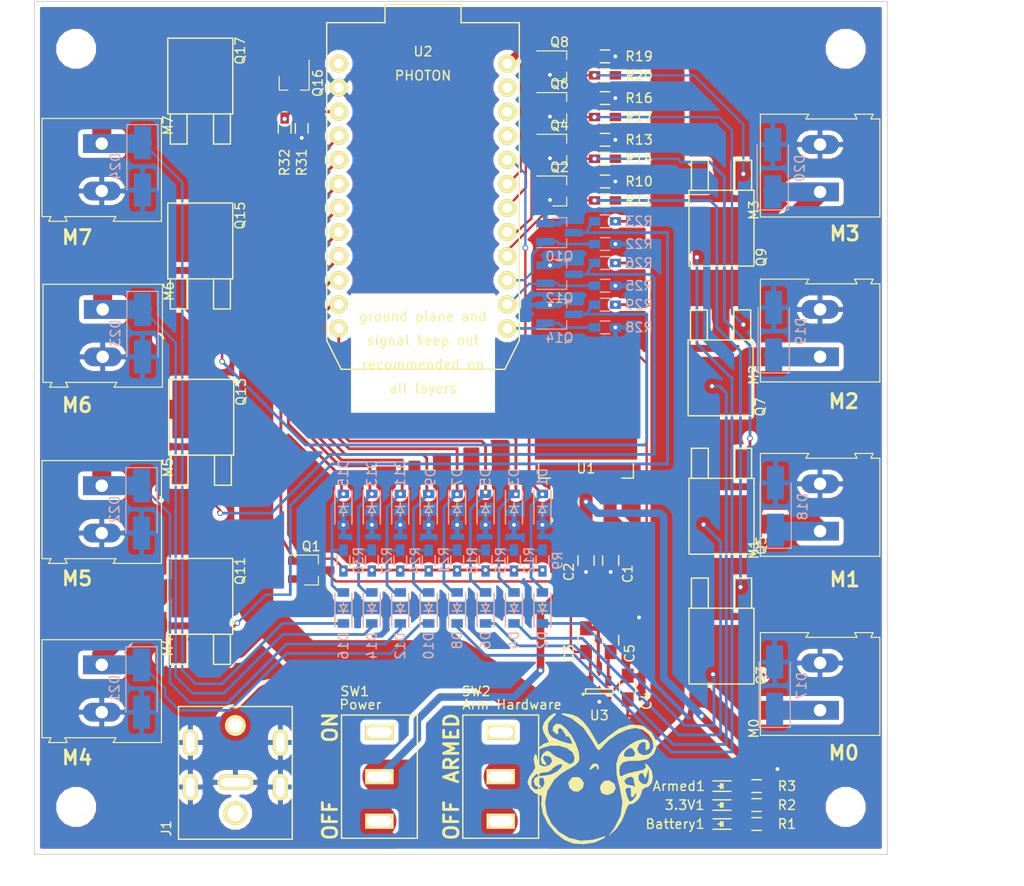
<source format=kicad_pcb>
(kicad_pcb (version 4) (host pcbnew 4.0.1-stable)
  (layers (0 F.Cu signal hide) (31 B.Cu signal hide) (34 B.Paste user hide) (35 F.Paste user hide) (36 B.SilkS user hide) (37 F.SilkS user hide) (38 B.Mask user) (39 F.Mask user) (44 Edge.Cuts user))
  (net 0 "")
  (net 1 VCCsense)
  (net 2 3.3V)
  (net 3 Armed)
  (net 4 /ematch-0/EMATCH_VCC)
  (net 5 Sense0)
  (net 6 Sense1)
  (net 7 Sense2)
  (net 8 Sense3)
  (net 9 Sense4)
  (net 10 Sense5)
  (net 11 Sense6)
  (net 12 Sense7)
  (net 13 SenseSwitch)
  (net 14 Fire0)
  (net 15 12V)
  (net 16 Fire1)
  (net 17 Fire2)
  (net 18 Fire3)
  (net 19 Fire4)
  (net 20 Fire5)
  (net 21 Fire6)
  (net 22 Fire7)
  (net 23 GND)
  (net 24 /ematch-0/VCC)
  (net 25 /ematch-1/EMATCH_VCC)
  (net 26 /ematch-2/EMATCH_VCC)
  (net 27 /ematch-3/EMATCH_VCC)
  (net 28 /ematch-4/EMATCH_VCC)
  (net 29 /ematch-5/EMATCH_VCC)
  (net 30 /ematch-6/EMATCH_VCC)
  (net 31 /ematch-7/EMATCH_VCC)
  (net 32 12VSwitched)
  (net 33 "Net-(C5-Pad1)")
  (net 34 "Net-(Q2-Pad3)")
  (net 35 "Net-(Q4-Pad3)")
  (net 36 "Net-(Q6-Pad3)")
  (net 37 "Net-(Q8-Pad3)")
  (net 38 "Net-(Q10-Pad3)")
  (net 39 "Net-(Q12-Pad3)")
  (net 40 "Net-(Q14-Pad3)")
  (net 41 "Net-(Q16-Pad3)")
  (net 42 "Net-(3.3V1-Pad1)")
  (net 43 "Net-(Armed1-Pad1)")
  (net 44 "Net-(Battery1-Pad1)")
  (module Capacitors_SMD:C_0805_HandSoldering (layer F.Cu) (at 152.8 109 270)
    (fp_text reference C1 (at 1.4 -1.8 270) (layer F.SilkS))
    (fp_text value 10uF)
    (pad 1 smd rect (at -1.25 0 270) (size 1.5 1.25) (layers F.Cu F.Paste F.Mask) (net 32 12VSwitched))
    (pad 2 smd rect (at 1.25 0 270) (size 1.5 1.25) (layers F.Cu F.Paste F.Mask) (net 23 GND))
  )
  (module Capacitors_SMD:C_0805_HandSoldering (layer F.Cu) (at 150.2 109 270)
    (fp_text reference C2 (at 1.2 1.8 270) (layer F.SilkS))
    (fp_text value 10uF)
    (pad 1 smd rect (at -1.25 0 270) (size 1.5 1.25) (layers F.Cu F.Paste F.Mask) (net 2 3.3V))
    (pad 2 smd rect (at 1.25 0 270) (size 1.5 1.25) (layers F.Cu F.Paste F.Mask) (net 23 GND))
  )
  (module Capacitors_SMD:C_0805_HandSoldering (layer F.Cu) (at 150.2 117.4 90)
    (fp_text reference C3 (at -1.4 -1.8 90) (layer F.SilkS))
    (fp_text value 10uF)
    (pad 1 smd rect (at -1.25 0 90) (size 1.5 1.25) (layers F.Cu F.Paste F.Mask) (net 3 Armed))
    (pad 2 smd rect (at 1.25 0 90) (size 1.5 1.25) (layers F.Cu F.Paste F.Mask) (net 23 GND))
  )
  (module Capacitors_SMD:C_0805_HandSoldering (layer F.Cu) (at 154.6 122.4 90)
    (fp_text reference C4 (at -1.4 2 90) (layer F.SilkS))
    (fp_text value 10uF)
    (pad 1 smd rect (at -1.25 0 90) (size 1.5 1.25) (layers F.Cu F.Paste F.Mask) (net 24 /ematch-0/VCC))
    (pad 2 smd rect (at 1.25 0 90) (size 1.5 1.25) (layers F.Cu F.Paste F.Mask) (net 23 GND))
  )
  (module Diodes_SMD:SOD-123 (layer B.Cu) (at 145.6 103.6 270)
    (fp_text reference D1 (at -3.4 0 270) (layer B.SilkS) (effects (justify mirror)))
    (fp_text value ZENER)
    (pad 1 smd rect (at -1.635 0 270) (size 0.91 1.22) (layers B.Cu B.Paste B.Mask) (net 5 Sense0))
    (pad 2 smd rect (at 1.635 0 270) (size 0.91 1.22) (layers B.Cu B.Paste B.Mask) (net 23 GND))
  )
  (module Diodes_SMD:SOD-123 (layer B.Cu) (at 145.6 114 90)
    (fp_text reference D2 (at -3.4 0 90) (layer B.SilkS) (effects (justify mirror)))
    (fp_text value D)
    (pad 1 smd rect (at -1.635 0 90) (size 0.91 1.22) (layers B.Cu B.Paste B.Mask) (net 4 /ematch-0/EMATCH_VCC))
    (pad 2 smd rect (at 1.635 0 90) (size 0.91 1.22) (layers B.Cu B.Paste B.Mask) (net 5 Sense0))
  )
  (module Diodes_SMD:SOD-123 (layer B.Cu) (at 142.6 103.6 270)
    (fp_text reference D3 (at -3.4 0 270) (layer B.SilkS) (effects (justify mirror)))
    (fp_text value ZENER)
    (pad 1 smd rect (at -1.635 0 270) (size 0.91 1.22) (layers B.Cu B.Paste B.Mask) (net 6 Sense1))
    (pad 2 smd rect (at 1.635 0 270) (size 0.91 1.22) (layers B.Cu B.Paste B.Mask) (net 23 GND))
  )
  (module Diodes_SMD:SOD-123 (layer B.Cu) (at 142.6 114 90)
    (fp_text reference D4 (at -3.4 0 90) (layer B.SilkS) (effects (justify mirror)))
    (fp_text value D)
    (pad 1 smd rect (at -1.635 0 90) (size 0.91 1.22) (layers B.Cu B.Paste B.Mask) (net 25 /ematch-1/EMATCH_VCC))
    (pad 2 smd rect (at 1.635 0 90) (size 0.91 1.22) (layers B.Cu B.Paste B.Mask) (net 6 Sense1))
  )
  (module Diodes_SMD:SOD-123 (layer B.Cu) (at 139.6 103.6 270)
    (fp_text reference D5 (at -3.4 0 270) (layer B.SilkS) (effects (justify mirror)))
    (fp_text value ZENER)
    (pad 1 smd rect (at -1.635 0 270) (size 0.91 1.22) (layers B.Cu B.Paste B.Mask) (net 7 Sense2))
    (pad 2 smd rect (at 1.635 0 270) (size 0.91 1.22) (layers B.Cu B.Paste B.Mask) (net 23 GND))
  )
  (module Diodes_SMD:SOD-123 (layer B.Cu) (at 139.6 114 90)
    (fp_text reference D6 (at -3.4 0 90) (layer B.SilkS) (effects (justify mirror)))
    (fp_text value D)
    (pad 1 smd rect (at -1.635 0 90) (size 0.91 1.22) (layers B.Cu B.Paste B.Mask) (net 26 /ematch-2/EMATCH_VCC))
    (pad 2 smd rect (at 1.635 0 90) (size 0.91 1.22) (layers B.Cu B.Paste B.Mask) (net 7 Sense2))
  )
  (module Diodes_SMD:SOD-123 (layer B.Cu) (at 136.6 103.6 270)
    (fp_text reference D7 (at -3.4 0 270) (layer B.SilkS) (effects (justify mirror)))
    (fp_text value ZENER)
    (pad 1 smd rect (at -1.635 0 270) (size 0.91 1.22) (layers B.Cu B.Paste B.Mask) (net 8 Sense3))
    (pad 2 smd rect (at 1.635 0 270) (size 0.91 1.22) (layers B.Cu B.Paste B.Mask) (net 23 GND))
  )
  (module Diodes_SMD:SOD-123 (layer B.Cu) (at 136.6 114 90)
    (fp_text reference D8 (at -3.4 0 90) (layer B.SilkS) (effects (justify mirror)))
    (fp_text value D)
    (pad 1 smd rect (at -1.635 0 90) (size 0.91 1.22) (layers B.Cu B.Paste B.Mask) (net 27 /ematch-3/EMATCH_VCC))
    (pad 2 smd rect (at 1.635 0 90) (size 0.91 1.22) (layers B.Cu B.Paste B.Mask) (net 8 Sense3))
  )
  (module Diodes_SMD:SOD-123 (layer B.Cu) (at 133.6 103.6 270)
    (fp_text reference D9 (at -3.4 -0.2 450) (layer B.SilkS) (effects (justify mirror)))
    (fp_text value ZENER)
    (pad 1 smd rect (at -1.635 0 270) (size 0.91 1.22) (layers B.Cu B.Paste B.Mask) (net 9 Sense4))
    (pad 2 smd rect (at 1.635 0 270) (size 0.91 1.22) (layers B.Cu B.Paste B.Mask) (net 23 GND))
  )
  (module Diodes_SMD:SOD-123 (layer B.Cu) (at 133.6 114 90)
    (fp_text reference D10 (at -4 0 90) (layer B.SilkS) (effects (justify mirror)))
    (fp_text value D)
    (pad 1 smd rect (at -1.635 0 90) (size 0.91 1.22) (layers B.Cu B.Paste B.Mask) (net 28 /ematch-4/EMATCH_VCC))
    (pad 2 smd rect (at 1.635 0 90) (size 0.91 1.22) (layers B.Cu B.Paste B.Mask) (net 9 Sense4))
  )
  (module Diodes_SMD:SOD-123 (layer B.Cu) (at 130.6 103.6 270)
    (fp_text reference D11 (at -3.8 0 270) (layer B.SilkS) (effects (justify mirror)))
    (fp_text value ZENER)
    (pad 1 smd rect (at -1.635 0 270) (size 0.91 1.22) (layers B.Cu B.Paste B.Mask) (net 10 Sense5))
    (pad 2 smd rect (at 1.635 0 270) (size 0.91 1.22) (layers B.Cu B.Paste B.Mask) (net 23 GND))
  )
  (module Diodes_SMD:SOD-123 (layer B.Cu) (at 130.6 114 90)
    (fp_text reference D12 (at -4 0 90) (layer B.SilkS) (effects (justify mirror)))
    (fp_text value D)
    (pad 1 smd rect (at -1.635 0 90) (size 0.91 1.22) (layers B.Cu B.Paste B.Mask) (net 29 /ematch-5/EMATCH_VCC))
    (pad 2 smd rect (at 1.635 0 90) (size 0.91 1.22) (layers B.Cu B.Paste B.Mask) (net 10 Sense5))
  )
  (module Diodes_SMD:SOD-123 (layer B.Cu) (at 127.6 103.6 270)
    (fp_text reference D13 (at -3.8 0 270) (layer B.SilkS) (effects (justify mirror)))
    (fp_text value ZENER)
    (pad 1 smd rect (at -1.635 0 270) (size 0.91 1.22) (layers B.Cu B.Paste B.Mask) (net 11 Sense6))
    (pad 2 smd rect (at 1.635 0 270) (size 0.91 1.22) (layers B.Cu B.Paste B.Mask) (net 23 GND))
  )
  (module Diodes_SMD:SOD-123 (layer B.Cu) (at 127.6 114 90)
    (fp_text reference D14 (at -4 0 90) (layer B.SilkS) (effects (justify mirror)))
    (fp_text value D)
    (pad 1 smd rect (at -1.635 0 90) (size 0.91 1.22) (layers B.Cu B.Paste B.Mask) (net 30 /ematch-6/EMATCH_VCC))
    (pad 2 smd rect (at 1.635 0 90) (size 0.91 1.22) (layers B.Cu B.Paste B.Mask) (net 11 Sense6))
  )
  (module Diodes_SMD:SOD-123 (layer B.Cu) (at 124.6 103.6 270)
    (fp_text reference D15 (at -3.8 0 270) (layer B.SilkS) (effects (justify mirror)))
    (fp_text value ZENER)
    (pad 1 smd rect (at -1.635 0 270) (size 0.91 1.22) (layers B.Cu B.Paste B.Mask) (net 12 Sense7))
    (pad 2 smd rect (at 1.635 0 270) (size 0.91 1.22) (layers B.Cu B.Paste B.Mask) (net 23 GND))
  )
  (module Diodes_SMD:SOD-123 (layer B.Cu) (at 124.6 114 90)
    (fp_text reference D16 (at -4 0 90) (layer B.SilkS) (effects (justify mirror)))
    (fp_text value D)
    (pad 1 smd rect (at -1.635 0 90) (size 0.91 1.22) (layers B.Cu B.Paste B.Mask) (net 31 /ematch-7/EMATCH_VCC))
    (pad 2 smd rect (at 1.635 0 90) (size 0.91 1.22) (layers B.Cu B.Paste B.Mask) (net 12 Sense7))
  )
  (module TO_SOT_Packages_SMD:TO-252-2Lead (layer F.Cu) (at 164.5 112.5 180)
    (fp_text reference Q3 (at -4.2 -8.6 270) (layer F.SilkS))
    (fp_text value Q_PMOS_GDS hide)
    (pad 1 smd rect (at -2.286 0 180) (size 1.651 3.048) (layers F.Cu F.Paste F.Mask) (net 34 "Net-(Q2-Pad3)"))
    (pad 2 smd rect (at 0 -6.35 180) (size 6.096 6.096) (layers F.Cu F.Paste F.Mask) (net 4 /ematch-0/EMATCH_VCC))
    (pad 3 smd rect (at 2.286 0 180) (size 1.651 3.048) (layers F.Cu F.Paste F.Mask) (net 24 /ematch-0/VCC))
  )
  (module TO_SOT_Packages_SMD:TO-252-2Lead (layer F.Cu) (at 164.5 98.8 180)
    (fp_text reference Q5 (at -4.2 -8.6 270) (layer F.SilkS))
    (fp_text value Q_PMOS_GDS hide)
    (pad 1 smd rect (at -2.286 0 180) (size 1.651 3.048) (layers F.Cu F.Paste F.Mask) (net 35 "Net-(Q4-Pad3)"))
    (pad 2 smd rect (at 0 -6.35 180) (size 6.096 6.096) (layers F.Cu F.Paste F.Mask) (net 25 /ematch-1/EMATCH_VCC))
    (pad 3 smd rect (at 2.286 0 180) (size 1.651 3.048) (layers F.Cu F.Paste F.Mask) (net 24 /ematch-0/VCC))
  )
  (module TO_SOT_Packages_SMD:TO-252-2Lead (layer F.Cu) (at 164.4 84.2 180)
    (fp_text reference Q7 (at -4.2 -8.6 270) (layer F.SilkS))
    (fp_text value Q_PMOS_GDS hide)
    (pad 1 smd rect (at -2.286 0 180) (size 1.651 3.048) (layers F.Cu F.Paste F.Mask) (net 36 "Net-(Q6-Pad3)"))
    (pad 2 smd rect (at 0 -6.35 180) (size 6.096 6.096) (layers F.Cu F.Paste F.Mask) (net 26 /ematch-2/EMATCH_VCC))
    (pad 3 smd rect (at 2.286 0 180) (size 1.651 3.048) (layers F.Cu F.Paste F.Mask) (net 24 /ematch-0/VCC))
  )
  (module TO_SOT_Packages_SMD:TO-252-2Lead (layer F.Cu) (at 164.5 68.4 180)
    (fp_text reference Q9 (at -4.2 -8.6 270) (layer F.SilkS))
    (fp_text value Q_PMOS_GDS hide)
    (pad 1 smd rect (at -2.286 0 180) (size 1.651 3.048) (layers F.Cu F.Paste F.Mask) (net 37 "Net-(Q8-Pad3)"))
    (pad 2 smd rect (at 0 -6.35 180) (size 6.096 6.096) (layers F.Cu F.Paste F.Mask) (net 27 /ematch-3/EMATCH_VCC))
    (pad 3 smd rect (at 2.286 0 180) (size 1.651 3.048) (layers F.Cu F.Paste F.Mask) (net 24 /ematch-0/VCC))
  )
  (module TO_SOT_Packages_SMD:TO-252-2Lead (layer F.Cu) (at 109.5 118.3)
    (fp_text reference Q11 (at 4.2 -8.2 90) (layer F.SilkS))
    (fp_text value Q_PMOS_GDS hide)
    (pad 1 smd rect (at -2.286 0) (size 1.651 3.048) (layers F.Cu F.Paste F.Mask) (net 38 "Net-(Q10-Pad3)"))
    (pad 2 smd rect (at 0 -6.35) (size 6.096 6.096) (layers F.Cu F.Paste F.Mask) (net 28 /ematch-4/EMATCH_VCC))
    (pad 3 smd rect (at 2.286 0) (size 1.651 3.048) (layers F.Cu F.Paste F.Mask) (net 24 /ematch-0/VCC))
  )
  (module TO_SOT_Packages_SMD:TO-252-2Lead (layer F.Cu) (at 109.6 99.4)
    (fp_text reference Q13 (at 4.2 -8.2 90) (layer F.SilkS))
    (fp_text value Q_PMOS_GDS hide)
    (pad 1 smd rect (at -2.286 0) (size 1.651 3.048) (layers F.Cu F.Paste F.Mask) (net 39 "Net-(Q12-Pad3)"))
    (pad 2 smd rect (at 0 -6.35) (size 6.096 6.096) (layers F.Cu F.Paste F.Mask) (net 29 /ematch-5/EMATCH_VCC))
    (pad 3 smd rect (at 2.286 0) (size 1.651 3.048) (layers F.Cu F.Paste F.Mask) (net 24 /ematch-0/VCC))
  )
  (module TO_SOT_Packages_SMD:TO-252-2Lead (layer F.Cu) (at 109.5 80.8)
    (fp_text reference Q15 (at 4.2 -8.2 90) (layer F.SilkS))
    (fp_text value Q_PMOS_GDS hide)
    (pad 1 smd rect (at -2.286 0) (size 1.651 3.048) (layers F.Cu F.Paste F.Mask) (net 40 "Net-(Q14-Pad3)"))
    (pad 2 smd rect (at 0 -6.35) (size 6.096 6.096) (layers F.Cu F.Paste F.Mask) (net 30 /ematch-6/EMATCH_VCC))
    (pad 3 smd rect (at 2.286 0) (size 1.651 3.048) (layers F.Cu F.Paste F.Mask) (net 24 /ematch-0/VCC))
  )
  (module TO_SOT_Packages_SMD:TO-252-2Lead (layer F.Cu) (at 109.5 63.4)
    (fp_text reference Q17 (at 4.2 -8.2 90) (layer F.SilkS))
    (fp_text value Q_PMOS_GDS hide)
    (pad 1 smd rect (at -2.286 0) (size 1.651 3.048) (layers F.Cu F.Paste F.Mask) (net 41 "Net-(Q16-Pad3)"))
    (pad 2 smd rect (at 0 -6.35) (size 6.096 6.096) (layers F.Cu F.Paste F.Mask) (net 31 /ematch-7/EMATCH_VCC))
    (pad 3 smd rect (at 2.286 0) (size 1.651 3.048) (layers F.Cu F.Paste F.Mask) (net 24 /ematch-0/VCC))
  )
  (module Resistors_SMD:R_0603_HandSoldering (layer B.Cu) (at 145.6 109 270)
    (fp_text reference R9 (at 0 -1.6 270) (layer B.SilkS) (effects (justify mirror)))
    (fp_text value 500)
    (pad 1 smd rect (at -1.1 0 270) (size 1.2 0.9) (layers B.Cu B.Paste B.Mask) (net 5 Sense0))
    (pad 2 smd rect (at 1.1 0 270) (size 1.2 0.9) (layers B.Cu B.Paste B.Mask) (net 1 VCCsense))
  )
  (module Resistors_SMD:R_0603_HandSoldering (layer F.Cu) (at 152.2 69)
    (fp_text reference R10 (at 3.6 0) (layer F.SilkS))
    (fp_text value 10k)
    (pad 1 smd rect (at -1.1 0) (size 1.2 0.9) (layers F.Cu F.Paste F.Mask) (net 14 Fire0))
    (pad 2 smd rect (at 1.1 0) (size 1.2 0.9) (layers F.Cu F.Paste F.Mask) (net 23 GND))
  )
  (module Resistors_SMD:R_0603_HandSoldering (layer F.Cu) (at 152.2 71 180)
    (fp_text reference R11 (at -3.6 0 180) (layer F.SilkS))
    (fp_text value 10k)
    (pad 1 smd rect (at -1.1 0 180) (size 1.2 0.9) (layers F.Cu F.Paste F.Mask) (net 24 /ematch-0/VCC))
    (pad 2 smd rect (at 1.1 0 180) (size 1.2 0.9) (layers F.Cu F.Paste F.Mask) (net 34 "Net-(Q2-Pad3)"))
  )
  (module Resistors_SMD:R_0603_HandSoldering (layer B.Cu) (at 142.6 109 270)
    (fp_text reference R12 (at 0 -1.6 270) (layer B.SilkS) (effects (justify mirror)))
    (fp_text value 500)
    (pad 1 smd rect (at -1.1 0 270) (size 1.2 0.9) (layers B.Cu B.Paste B.Mask) (net 6 Sense1))
    (pad 2 smd rect (at 1.1 0 270) (size 1.2 0.9) (layers B.Cu B.Paste B.Mask) (net 1 VCCsense))
  )
  (module Resistors_SMD:R_0603_HandSoldering (layer F.Cu) (at 152.2 64.6)
    (fp_text reference R13 (at 3.6 0) (layer F.SilkS))
    (fp_text value 10k)
    (pad 1 smd rect (at -1.1 0) (size 1.2 0.9) (layers F.Cu F.Paste F.Mask) (net 16 Fire1))
    (pad 2 smd rect (at 1.1 0) (size 1.2 0.9) (layers F.Cu F.Paste F.Mask) (net 23 GND))
  )
  (module Resistors_SMD:R_0603_HandSoldering (layer F.Cu) (at 152.2 66.6 180)
    (fp_text reference R14 (at -3.6 0 180) (layer F.SilkS))
    (fp_text value 10k)
    (pad 1 smd rect (at -1.1 0 180) (size 1.2 0.9) (layers F.Cu F.Paste F.Mask) (net 24 /ematch-0/VCC))
    (pad 2 smd rect (at 1.1 0 180) (size 1.2 0.9) (layers F.Cu F.Paste F.Mask) (net 35 "Net-(Q4-Pad3)"))
  )
  (module Resistors_SMD:R_0603_HandSoldering (layer B.Cu) (at 139.6 109 270)
    (fp_text reference R15 (at 0 -1.6 270) (layer B.SilkS) (effects (justify mirror)))
    (fp_text value 500)
    (pad 1 smd rect (at -1.1 0 270) (size 1.2 0.9) (layers B.Cu B.Paste B.Mask) (net 7 Sense2))
    (pad 2 smd rect (at 1.1 0 270) (size 1.2 0.9) (layers B.Cu B.Paste B.Mask) (net 1 VCCsense))
  )
  (module Resistors_SMD:R_0603_HandSoldering (layer F.Cu) (at 152.2 60.2)
    (fp_text reference R16 (at 3.6 0) (layer F.SilkS))
    (fp_text value 10k)
    (pad 1 smd rect (at -1.1 0) (size 1.2 0.9) (layers F.Cu F.Paste F.Mask) (net 17 Fire2))
    (pad 2 smd rect (at 1.1 0) (size 1.2 0.9) (layers F.Cu F.Paste F.Mask) (net 23 GND))
  )
  (module Resistors_SMD:R_0603_HandSoldering (layer F.Cu) (at 152.2 62.2 180)
    (fp_text reference R17 (at -3.6 0 180) (layer F.SilkS))
    (fp_text value 10k)
    (pad 1 smd rect (at -1.1 0 180) (size 1.2 0.9) (layers F.Cu F.Paste F.Mask) (net 24 /ematch-0/VCC))
    (pad 2 smd rect (at 1.1 0 180) (size 1.2 0.9) (layers F.Cu F.Paste F.Mask) (net 36 "Net-(Q6-Pad3)"))
  )
  (module Resistors_SMD:R_0603_HandSoldering (layer B.Cu) (at 136.6 109 270)
    (fp_text reference R18 (at 0 -1.6 270) (layer B.SilkS) (effects (justify mirror)))
    (fp_text value 500)
    (pad 1 smd rect (at -1.1 0 270) (size 1.2 0.9) (layers B.Cu B.Paste B.Mask) (net 8 Sense3))
    (pad 2 smd rect (at 1.1 0 270) (size 1.2 0.9) (layers B.Cu B.Paste B.Mask) (net 1 VCCsense))
  )
  (module Resistors_SMD:R_0603_HandSoldering (layer F.Cu) (at 152.2 55.8)
    (fp_text reference R19 (at 3.6 0) (layer F.SilkS))
    (fp_text value 10k)
    (pad 1 smd rect (at -1.1 0) (size 1.2 0.9) (layers F.Cu F.Paste F.Mask) (net 18 Fire3))
    (pad 2 smd rect (at 1.1 0) (size 1.2 0.9) (layers F.Cu F.Paste F.Mask) (net 23 GND))
  )
  (module Resistors_SMD:R_0603_HandSoldering (layer F.Cu) (at 152.2 57.8 180)
    (fp_text reference R20 (at -3.6 0 180) (layer F.SilkS))
    (fp_text value 10k)
    (pad 1 smd rect (at -1.1 0 180) (size 1.2 0.9) (layers F.Cu F.Paste F.Mask) (net 24 /ematch-0/VCC))
    (pad 2 smd rect (at 1.1 0 180) (size 1.2 0.9) (layers F.Cu F.Paste F.Mask) (net 37 "Net-(Q8-Pad3)"))
  )
  (module Resistors_SMD:R_0603_HandSoldering (layer B.Cu) (at 133.6 109 270)
    (fp_text reference R21 (at 0 -1.6 270) (layer B.SilkS) (effects (justify mirror)))
    (fp_text value 500)
    (pad 1 smd rect (at -1.1 0 270) (size 1.2 0.9) (layers B.Cu B.Paste B.Mask) (net 9 Sense4))
    (pad 2 smd rect (at 1.1 0 270) (size 1.2 0.9) (layers B.Cu B.Paste B.Mask) (net 1 VCCsense))
  )
  (module Resistors_SMD:R_0603_HandSoldering (layer B.Cu) (at 152.2 75.6)
    (fp_text reference R22 (at 3.6 0) (layer B.SilkS) (effects (justify mirror)))
    (fp_text value 10k)
    (pad 1 smd rect (at -1.1 0) (size 1.2 0.9) (layers B.Cu B.Paste B.Mask) (net 19 Fire4))
    (pad 2 smd rect (at 1.1 0) (size 1.2 0.9) (layers B.Cu B.Paste B.Mask) (net 23 GND))
  )
  (module Resistors_SMD:R_0603_HandSoldering (layer B.Cu) (at 152.2 73.2 180)
    (fp_text reference R23 (at -3.6 0 180) (layer B.SilkS) (effects (justify mirror)))
    (fp_text value 10k)
    (pad 1 smd rect (at -1.1 0 180) (size 1.2 0.9) (layers B.Cu B.Paste B.Mask) (net 24 /ematch-0/VCC))
    (pad 2 smd rect (at 1.1 0 180) (size 1.2 0.9) (layers B.Cu B.Paste B.Mask) (net 38 "Net-(Q10-Pad3)"))
  )
  (module Resistors_SMD:R_0603_HandSoldering (layer B.Cu) (at 130.6 109 270)
    (fp_text reference R24 (at 0 -1.6 270) (layer B.SilkS) (effects (justify mirror)))
    (fp_text value 500)
    (pad 1 smd rect (at -1.1 0 270) (size 1.2 0.9) (layers B.Cu B.Paste B.Mask) (net 10 Sense5))
    (pad 2 smd rect (at 1.1 0 270) (size 1.2 0.9) (layers B.Cu B.Paste B.Mask) (net 1 VCCsense))
  )
  (module Resistors_SMD:R_0603_HandSoldering (layer B.Cu) (at 152.2 80)
    (fp_text reference R25 (at 3.6 0) (layer B.SilkS) (effects (justify mirror)))
    (fp_text value 10k)
    (pad 1 smd rect (at -1.1 0) (size 1.2 0.9) (layers B.Cu B.Paste B.Mask) (net 20 Fire5))
    (pad 2 smd rect (at 1.1 0) (size 1.2 0.9) (layers B.Cu B.Paste B.Mask) (net 23 GND))
  )
  (module Resistors_SMD:R_0603_HandSoldering (layer B.Cu) (at 152.2 77.6 180)
    (fp_text reference R26 (at -3.6 0 180) (layer B.SilkS) (effects (justify mirror)))
    (fp_text value 10k)
    (pad 1 smd rect (at -1.1 0 180) (size 1.2 0.9) (layers B.Cu B.Paste B.Mask) (net 24 /ematch-0/VCC))
    (pad 2 smd rect (at 1.1 0 180) (size 1.2 0.9) (layers B.Cu B.Paste B.Mask) (net 39 "Net-(Q12-Pad3)"))
  )
  (module Resistors_SMD:R_0603_HandSoldering (layer B.Cu) (at 127.6 109 270)
    (fp_text reference R27 (at 0 -1.6 270) (layer B.SilkS) (effects (justify mirror)))
    (fp_text value 500)
    (pad 1 smd rect (at -1.1 0 270) (size 1.2 0.9) (layers B.Cu B.Paste B.Mask) (net 11 Sense6))
    (pad 2 smd rect (at 1.1 0 270) (size 1.2 0.9) (layers B.Cu B.Paste B.Mask) (net 1 VCCsense))
  )
  (module Resistors_SMD:R_0603_HandSoldering (layer B.Cu) (at 152.2 84.4)
    (fp_text reference R28 (at 3.6 0) (layer B.SilkS) (effects (justify mirror)))
    (fp_text value 10k)
    (pad 1 smd rect (at -1.1 0) (size 1.2 0.9) (layers B.Cu B.Paste B.Mask) (net 21 Fire6))
    (pad 2 smd rect (at 1.1 0) (size 1.2 0.9) (layers B.Cu B.Paste B.Mask) (net 23 GND))
  )
  (module Resistors_SMD:R_0603_HandSoldering (layer B.Cu) (at 152.2 82 180)
    (fp_text reference R29 (at -3.6 0 180) (layer B.SilkS) (effects (justify mirror)))
    (fp_text value 10k)
    (pad 1 smd rect (at -1.1 0 180) (size 1.2 0.9) (layers B.Cu B.Paste B.Mask) (net 24 /ematch-0/VCC))
    (pad 2 smd rect (at 1.1 0 180) (size 1.2 0.9) (layers B.Cu B.Paste B.Mask) (net 40 "Net-(Q14-Pad3)"))
  )
  (module Resistors_SMD:R_0603_HandSoldering (layer B.Cu) (at 124.6 109 270)
    (fp_text reference R30 (at 0 -1.6 270) (layer B.SilkS) (effects (justify mirror)))
    (fp_text value 500)
    (pad 1 smd rect (at -1.1 0 270) (size 1.2 0.9) (layers B.Cu B.Paste B.Mask) (net 12 Sense7))
    (pad 2 smd rect (at 1.1 0 270) (size 1.2 0.9) (layers B.Cu B.Paste B.Mask) (net 1 VCCsense))
  )
  (module Resistors_SMD:R_0603_HandSoldering (layer F.Cu) (at 120.2 63.4 270)
    (fp_text reference R31 (at 3.6 0 270) (layer F.SilkS))
    (fp_text value 10k)
    (pad 1 smd rect (at -1.1 0 270) (size 1.2 0.9) (layers F.Cu F.Paste F.Mask) (net 22 Fire7))
    (pad 2 smd rect (at 1.1 0 270) (size 1.2 0.9) (layers F.Cu F.Paste F.Mask) (net 23 GND))
  )
  (module Resistors_SMD:R_0603_HandSoldering (layer F.Cu) (at 118.4 63.4 90)
    (fp_text reference R32 (at -3.6 0 90) (layer F.SilkS))
    (fp_text value 10k)
    (pad 1 smd rect (at -1.1 0 90) (size 1.2 0.9) (layers F.Cu F.Paste F.Mask) (net 24 /ematch-0/VCC))
    (pad 2 smd rect (at 1.1 0 90) (size 1.2 0.9) (layers F.Cu F.Paste F.Mask) (net 41 "Net-(Q16-Pad3)"))
  )
  (module M2011LL1W01-switch:M2011LL1W01 (layer F.Cu) (at 128.4 131.8)
    (fp_text reference SW1 (at -2.6 -9) (layer F.SilkS))
    (fp_text value Power (at -2 -7.6 180) (layer F.SilkS))
    (pad 1 thru_hole rect (at 0 4.7) (size 3 1.6) (drill oval 2.6 1.1) (layers *.Cu *.Mask F.SilkS) (net 15 12V))
    (pad 2 thru_hole rect (at 0 0) (size 3 1.6) (drill oval 2.6 1.1) (layers *.Cu *.Mask F.SilkS) (net 32 12VSwitched))
    (pad 3 thru_hole rect (at 0 -4.7) (size 3 1.6) (drill oval 2.6 1.1) (layers *.Cu *.Mask F.SilkS))
  )
  (module M2011LL1W01-switch:M2011LL1W01 (layer F.Cu) (at 141.2 131.8)
    (fp_text reference SW2 (at -2.6 -9) (layer F.SilkS))
    (fp_text value "Arm Hardware" (at 1.2 -7.6 180) (layer F.SilkS))
    (pad 1 thru_hole rect (at 0 4.7) (size 3 1.6) (drill oval 2.6 1.1) (layers *.Cu *.Mask F.SilkS) (net 32 12VSwitched))
    (pad 2 thru_hole rect (at 0 0) (size 3 1.6) (drill oval 2.6 1.1) (layers *.Cu *.Mask F.SilkS) (net 24 /ematch-0/VCC))
    (pad 3 thru_hole rect (at 0 -4.7) (size 3 1.6) (drill oval 2.6 1.1) (layers *.Cu *.Mask F.SilkS))
  )
  (module TO_SOT_Packages_SMD:TO-263-3Lead (layer F.Cu) (at 150.2 102.8 90)
    (fp_text reference U1 (at 3.5 0 180) (layer F.SilkS))
    (fp_text value "Photon Power")
    (pad 2 smd rect (at 0 0 90) (size 4.6 1.39) (layers F.Cu F.Paste F.Mask) (net 2 3.3V))
    (pad 4 smd rect (at 9.15 0 90) (size 9.4 10.8) (layers F.Cu F.Paste F.Mask))
    (pad 3 smd rect (at 0 2.54 90) (size 4.6 1.39) (layers F.Cu F.Paste F.Mask) (net 32 12VSwitched))
    (pad 1 smd rect (at 0 -2.54 90) (size 4.6 1.39) (layers F.Cu F.Paste F.Mask) (net 23 GND))
  )
  (module particle-boards:PHOTON (layer F.Cu) (at 133 71.8)
    (fp_text reference U2 (at 0 -16.51) (layer F.SilkS))
    (fp_text value PHOTON (at 0 -13.97) (layer F.SilkS))
    (fp_text user "all layers" (at 0 19.05) (layer F.SilkS))
    (fp_text user "recommended on" (at 0 16.51) (layer F.SilkS))
    (fp_text user "signal keep out" (at 0 13.97) (layer F.SilkS))
    (fp_text user "ground plane and" (at 0 11.43) (layer F.SilkS))
    (pad 1 thru_hole circle (at -8.89 -15.24) (size 1.9 1.9) (drill 1.02) (layers *.Cu *.Mask F.SilkS))
    (pad 2 thru_hole circle (at -8.89 -12.7) (size 1.9 1.9) (drill 1.02) (layers *.Cu *.Mask F.SilkS) (net 23 GND))
    (pad 3 thru_hole circle (at -8.89 -10.16) (size 1.9 1.9) (drill 1.02) (layers *.Cu *.Mask F.SilkS) (net 22 Fire7))
    (pad 4 thru_hole circle (at -8.89 -7.62) (size 1.9 1.9) (drill 1.02) (layers *.Cu *.Mask F.SilkS) (net 13 SenseSwitch))
    (pad 5 thru_hole circle (at -8.89 -5.08) (size 1.9 1.9) (drill 1.02) (layers *.Cu *.Mask F.SilkS) (net 12 Sense7))
    (pad 6 thru_hole circle (at -8.89 -2.54) (size 1.9 1.9) (drill 1.02) (layers *.Cu *.Mask F.SilkS) (net 11 Sense6))
    (pad 7 thru_hole circle (at -8.89 0) (size 1.9 1.9) (drill 1.02) (layers *.Cu *.Mask F.SilkS) (net 10 Sense5))
    (pad 8 thru_hole circle (at -8.89 2.54) (size 1.9 1.9) (drill 1.02) (layers *.Cu *.Mask F.SilkS) (net 9 Sense4))
    (pad 9 thru_hole circle (at -8.89 5.08) (size 1.9 1.9) (drill 1.02) (layers *.Cu *.Mask F.SilkS) (net 8 Sense3))
    (pad 10 thru_hole circle (at -8.89 7.62) (size 1.9 1.9) (drill 1.02) (layers *.Cu *.Mask F.SilkS) (net 7 Sense2))
    (pad 11 thru_hole circle (at -8.89 10.16) (size 1.9 1.9) (drill 1.02) (layers *.Cu *.Mask F.SilkS) (net 6 Sense1))
    (pad 12 thru_hole circle (at -8.89 12.7) (size 1.9 1.9) (drill 1.02) (layers *.Cu *.Mask F.SilkS) (net 5 Sense0))
    (pad 24 thru_hole circle (at 8.89 -15.24) (size 1.9 1.9) (drill 1.02) (layers *.Cu *.Mask F.SilkS) (net 2 3.3V))
    (pad 23 thru_hole circle (at 8.89 -12.7) (size 1.9 1.9) (drill 1.02) (layers *.Cu *.Mask F.SilkS))
    (pad 22 thru_hole circle (at 8.89 -10.16) (size 1.9 1.9) (drill 1.02) (layers *.Cu *.Mask F.SilkS))
    (pad 21 thru_hole circle (at 8.89 -7.62) (size 1.9 1.9) (drill 1.02) (layers *.Cu *.Mask F.SilkS))
    (pad 20 thru_hole circle (at 8.89 -5.08) (size 1.9 1.9) (drill 1.02) (layers *.Cu *.Mask F.SilkS) (net 3 Armed))
    (pad 19 thru_hole circle (at 8.89 -2.54) (size 1.9 1.9) (drill 1.02) (layers *.Cu *.Mask F.SilkS) (net 18 Fire3))
    (pad 18 thru_hole circle (at 8.89 0) (size 1.9 1.9) (drill 1.02) (layers *.Cu *.Mask F.SilkS) (net 17 Fire2))
    (pad 17 thru_hole circle (at 8.89 2.54) (size 1.9 1.9) (drill 1.02) (layers *.Cu *.Mask F.SilkS) (net 16 Fire1))
    (pad 16 thru_hole circle (at 8.89 5.08) (size 1.9 1.9) (drill 1.02) (layers *.Cu *.Mask F.SilkS) (net 14 Fire0))
    (pad 15 thru_hole circle (at 8.89 7.62) (size 1.9 1.9) (drill 1.02) (layers *.Cu *.Mask F.SilkS) (net 19 Fire4))
    (pad 14 thru_hole circle (at 8.89 10.16) (size 1.9 1.9) (drill 1.02) (layers *.Cu *.Mask F.SilkS) (net 20 Fire5))
    (pad 13 thru_hole circle (at 8.89 12.7) (size 1.9 1.9) (drill 1.02) (layers *.Cu *.Mask F.SilkS) (net 21 Fire6))
  )
  (module PJ-082BH-Barrel-Connector:PJ-082BH-Barrel-Connector (layer F.Cu) (at 113.2 138.4 90)
    (fp_text reference J1 (at 1.14 -7.29 90) (layer F.SilkS))
    (fp_text value Power)
    (pad 1 thru_hole oval (at 10.2 4.75 90) (size 2.8 1.6) (drill oval 2.1 0.9) (layers *.Cu *.Mask F.SilkS) (net 23 GND))
    (pad 1 thru_hole oval (at 5.5 -4.75 90) (size 2.8 1.6) (drill oval 2.1 0.9) (layers *.Cu *.Mask F.SilkS) (net 23 GND))
    (pad 1 thru_hole oval (at 5.5 4.75 90) (size 2.8 1.6) (drill oval 2.1 0.9) (layers *.Cu *.Mask F.SilkS) (net 23 GND))
    (pad "" thru_hole circle (at 2.75 0 90) (size 2.5 2.5) (drill 1.7) (layers *.Cu *.Mask F.SilkS))
    (pad 2 thru_hole oval (at 6 0 90) (size 1.6 3.8) (drill oval 0.9 3.1) (layers *.Cu *.Mask F.SilkS) (net 23 GND))
    (pad 3 thru_hole circle (at 12 0 90) (size 2.2 2.2) (drill 1.5) (layers *.Cu *.Mask F.SilkS) (net 15 12V))
    (pad 1 thru_hole oval (at 10.2 -4.75 90) (size 2.8 1.6) (drill oval 2.1 0.9) (layers *.Cu *.Mask F.SilkS) (net 23 GND))
  )
  (module TO_SOT_Packages_SMD:SOT-23-5 (layer F.Cu) (at 151.6 122.8 90)
    (fp_text reference U3 (at -2.54 0 180) (layer F.SilkS))
    (fp_text value "Armed Sense")
    (pad 1 smd rect (at -1.1 -0.95 90) (size 1.06 0.65) (layers F.Cu F.Paste F.Mask) (net 24 /ematch-0/VCC))
    (pad 2 smd rect (at -1.1 0 90) (size 1.06 0.65) (layers F.Cu F.Paste F.Mask) (net 23 GND))
    (pad 3 smd rect (at -1.1 0.95 90) (size 1.06 0.65) (layers F.Cu F.Paste F.Mask) (net 24 /ematch-0/VCC))
    (pad 4 smd rect (at 1.1 0.95 90) (size 1.06 0.65) (layers F.Cu F.Paste F.Mask) (net 33 "Net-(C5-Pad1)"))
    (pad 5 smd rect (at 1.1 -0.95 90) (size 1.06 0.65) (layers F.Cu F.Paste F.Mask) (net 3 Armed))
  )
  (module Mounting_Holes:MountingHole_3.2mm_M3 (layer F.Cu) (at 96.4 55)
    (fp_text reference REF** hide)
    (fp_text value MountingHole_3.2mm_M3 hide)
    (pad 1 np_thru_hole circle (at 0 0) (size 3.2 3.2) (drill 3.2) (layers *.Cu *.Mask F.SilkS))
  )
  (module Mounting_Holes:MountingHole_3.2mm_M3 (layer F.Cu) (at 177.6 55)
    (fp_text reference REF** hide)
    (fp_text value MountingHole_3.2mm_M3 hide)
    (pad 1 np_thru_hole circle (at 0 0) (size 3.2 3.2) (drill 3.2) (layers *.Cu *.Mask F.SilkS))
  )
  (module Mounting_Holes:MountingHole_3.2mm_M3 (layer F.Cu) (at 96.4 135)
    (fp_text reference REF** hide)
    (fp_text value MountingHole_3.2mm_M3 hide)
    (pad 1 np_thru_hole circle (at 0 0) (size 3.2 3.2) (drill 3.2) (layers *.Cu *.Mask F.SilkS))
  )
  (module Mounting_Holes:MountingHole_3.2mm_M3 (layer F.Cu) (at 177.6 135)
    (fp_text reference REF** hide)
    (fp_text value MountingHole_3.2mm_M3 hide)
    (pad 1 np_thru_hole circle (at 0 0) (size 3.2 3.2) (drill 3.2) (layers *.Cu *.Mask F.SilkS))
  )
  (module Resistors_SMD:R_0603_HandSoldering (layer F.Cu) (at 168.2 136.8)
    (fp_text reference R1 (at 3.2 0) (layer F.SilkS))
    (fp_text value 600)
    (pad 1 smd rect (at -1.1 0) (size 1.2 0.9) (layers F.Cu F.Paste F.Mask) (net 44 "Net-(Battery1-Pad1)"))
    (pad 2 smd rect (at 1.1 0) (size 1.2 0.9) (layers F.Cu F.Paste F.Mask) (net 23 GND))
  )
  (module Resistors_SMD:R_0603_HandSoldering (layer F.Cu) (at 168.2 134.8)
    (fp_text reference R2 (at 3.2 0) (layer F.SilkS))
    (fp_text value 165)
    (pad 1 smd rect (at -1.1 0) (size 1.2 0.9) (layers F.Cu F.Paste F.Mask) (net 42 "Net-(3.3V1-Pad1)"))
    (pad 2 smd rect (at 1.1 0) (size 1.2 0.9) (layers F.Cu F.Paste F.Mask) (net 23 GND))
  )
  (module Resistors_SMD:R_0603_HandSoldering (layer F.Cu) (at 168.2 132.8)
    (fp_text reference R3 (at 3.2 0) (layer F.SilkS))
    (fp_text value 600)
    (pad 1 smd rect (at -1.1 0) (size 1.2 0.9) (layers F.Cu F.Paste F.Mask) (net 43 "Net-(Armed1-Pad1)"))
    (pad 2 smd rect (at 1.1 0) (size 1.2 0.9) (layers F.Cu F.Paste F.Mask) (net 23 GND))
  )
  (module LEDs:LED_0603 (layer F.Cu) (at 164.4 136.8 180)
    (fp_text reference Battery1 (at 4.8 0 180) (layer F.SilkS))
    (fp_text value Red)
    (pad 2 smd rect (at 0.7493 0) (size 0.79756 0.79756) (layers F.Cu F.Paste F.Mask) (net 15 12V))
    (pad 1 smd rect (at -0.7493 0) (size 0.79756 0.79756) (layers F.Cu F.Paste F.Mask) (net 44 "Net-(Battery1-Pad1)"))
  )
  (module LEDs:LED_0603 (layer F.Cu) (at 164.4 134.8 180)
    (fp_text reference 3.3V1 (at 3.8 0 180) (layer F.SilkS))
    (fp_text value Yellow)
    (pad 2 smd rect (at 0.7493 0) (size 0.79756 0.79756) (layers F.Cu F.Paste F.Mask) (net 2 3.3V))
    (pad 1 smd rect (at -0.7493 0) (size 0.79756 0.79756) (layers F.Cu F.Paste F.Mask) (net 42 "Net-(3.3V1-Pad1)"))
  )
  (module LEDs:LED_0603 (layer F.Cu) (at 164.4 132.8 180)
    (fp_text reference Armed1 (at 4.4 0 180) (layer F.SilkS))
    (fp_text value Green)
    (pad 2 smd rect (at 0.7493 0) (size 0.79756 0.79756) (layers F.Cu F.Paste F.Mask) (net 24 /ematch-0/VCC))
    (pad 1 smd rect (at -0.7493 0) (size 0.79756 0.79756) (layers F.Cu F.Paste F.Mask) (net 43 "Net-(Armed1-Pad1)"))
  )
  (module octopus:octopus (layer F.Cu) (at 151.1 131.9 180)
    (fp_text reference G*** hide)
    (fp_text value LOGO hide)
  )
  (module Capacitors_SMD:C_0805_HandSoldering (layer F.Cu) (at 152.8 117.4 90)
    (fp_text reference C5 (at -1.4 2 90) (layer F.SilkS))
    (fp_text value 100pF)
    (pad 1 smd rect (at -1.25 0 90) (size 1.5 1.25) (layers F.Cu F.Paste F.Mask) (net 33 "Net-(C5-Pad1)"))
    (pad 2 smd rect (at 1.25 0 90) (size 1.5 1.25) (layers F.Cu F.Paste F.Mask) (net 23 GND))
  )
  (module Diodes_SMD:D_SMA_Handsoldering (layer B.Cu) (at 170.1 122.2 90)
    (fp_text reference D17 (at 0 2.85 90) (layer B.SilkS) (effects (justify mirror)))
    (fp_text value TVS)
    (pad 1 smd rect (at -2.5 0 90) (size 3.5 1.8) (layers B.Cu B.Paste B.Mask) (net 4 /ematch-0/EMATCH_VCC))
    (pad 2 smd rect (at 2.5 0 90) (size 3.5 1.8) (layers B.Cu B.Paste B.Mask) (net 23 GND))
  )
  (module Diodes_SMD:D_SMA_Handsoldering (layer B.Cu) (at 170.2 103.3 90)
    (fp_text reference D18 (at 0 2.85 90) (layer B.SilkS) (effects (justify mirror)))
    (fp_text value TVS)
    (pad 1 smd rect (at -2.5 0 90) (size 3.5 1.8) (layers B.Cu B.Paste B.Mask) (net 25 /ematch-1/EMATCH_VCC))
    (pad 2 smd rect (at 2.5 0 90) (size 3.5 1.8) (layers B.Cu B.Paste B.Mask) (net 23 GND))
  )
  (module Diodes_SMD:D_SMA_Handsoldering (layer B.Cu) (at 170 84.8 90)
    (fp_text reference D19 (at 0 2.85 90) (layer B.SilkS) (effects (justify mirror)))
    (fp_text value TVS)
    (pad 1 smd rect (at -2.5 0 90) (size 3.5 1.8) (layers B.Cu B.Paste B.Mask) (net 26 /ematch-2/EMATCH_VCC))
    (pad 2 smd rect (at 2.5 0 90) (size 3.5 1.8) (layers B.Cu B.Paste B.Mask) (net 23 GND))
  )
  (module Diodes_SMD:D_SMA_Handsoldering (layer B.Cu) (at 169.9 67.6 90)
    (fp_text reference D20 (at 0 2.85 90) (layer B.SilkS) (effects (justify mirror)))
    (fp_text value TVS)
    (pad 1 smd rect (at -2.5 0 90) (size 3.5 1.8) (layers B.Cu B.Paste B.Mask) (net 27 /ematch-3/EMATCH_VCC))
    (pad 2 smd rect (at 2.5 0 90) (size 3.5 1.8) (layers B.Cu B.Paste B.Mask) (net 23 GND))
  )
  (module Diodes_SMD:D_SMA_Handsoldering (layer B.Cu) (at 103.3 122.5 270)
    (fp_text reference D21 (at 0 2.85 270) (layer B.SilkS) (effects (justify mirror)))
    (fp_text value TVS)
    (pad 1 smd rect (at -2.5 0 270) (size 3.5 1.8) (layers B.Cu B.Paste B.Mask) (net 28 /ematch-4/EMATCH_VCC))
    (pad 2 smd rect (at 2.5 0 270) (size 3.5 1.8) (layers B.Cu B.Paste B.Mask) (net 23 GND))
  )
  (module Diodes_SMD:D_SMA_Handsoldering (layer B.Cu) (at 103.3 103.6 270)
    (fp_text reference D22 (at 0 2.85 270) (layer B.SilkS) (effects (justify mirror)))
    (fp_text value TVS)
    (pad 1 smd rect (at -2.5 0 270) (size 3.5 1.8) (layers B.Cu B.Paste B.Mask) (net 29 /ematch-5/EMATCH_VCC))
    (pad 2 smd rect (at 2.5 0 270) (size 3.5 1.8) (layers B.Cu B.Paste B.Mask) (net 23 GND))
  )
  (module Diodes_SMD:D_SMA_Handsoldering (layer B.Cu) (at 103.4 85 270)
    (fp_text reference D23 (at 0 2.85 270) (layer B.SilkS) (effects (justify mirror)))
    (fp_text value TVS)
    (pad 1 smd rect (at -2.5 0 270) (size 3.5 1.8) (layers B.Cu B.Paste B.Mask) (net 30 /ematch-6/EMATCH_VCC))
    (pad 2 smd rect (at 2.5 0 270) (size 3.5 1.8) (layers B.Cu B.Paste B.Mask) (net 23 GND))
  )
  (module Diodes_SMD:D_SMA_Handsoldering (layer B.Cu) (at 103.4 67.4 270)
    (fp_text reference D24 (at 0 2.85 270) (layer B.SilkS) (effects (justify mirror)))
    (fp_text value TVS)
    (pad 1 smd rect (at -2.5 0 270) (size 3.5 1.8) (layers B.Cu B.Paste B.Mask) (net 31 /ematch-7/EMATCH_VCC))
    (pad 2 smd rect (at 2.5 0 270) (size 3.5 1.8) (layers B.Cu B.Paste B.Mask) (net 23 GND))
  )
  (module TO_SOT_Packages_SMD:SOT-23_Handsoldering (layer F.Cu) (at 147.4 70)
    (fp_text reference Q2 (at 0 -2.5) (layer F.SilkS))
    (fp_text value Q_NMOS_GSD)
    (pad 1 smd rect (at -1.5 -0.95) (size 1.9 0.8) (layers F.Cu F.Paste F.Mask) (net 14 Fire0))
    (pad 2 smd rect (at -1.5 0.95) (size 1.9 0.8) (layers F.Cu F.Paste F.Mask) (net 23 GND))
    (pad 3 smd rect (at 1.5 0) (size 1.9 0.8) (layers F.Cu F.Paste F.Mask) (net 34 "Net-(Q2-Pad3)"))
  )
  (module TO_SOT_Packages_SMD:SOT-23_Handsoldering (layer F.Cu) (at 147.4 65.6)
    (fp_text reference Q4 (at 0 -2.5) (layer F.SilkS))
    (fp_text value Q_NMOS_GSD)
    (pad 1 smd rect (at -1.5 -0.95) (size 1.9 0.8) (layers F.Cu F.Paste F.Mask) (net 16 Fire1))
    (pad 2 smd rect (at -1.5 0.95) (size 1.9 0.8) (layers F.Cu F.Paste F.Mask) (net 23 GND))
    (pad 3 smd rect (at 1.5 0) (size 1.9 0.8) (layers F.Cu F.Paste F.Mask) (net 35 "Net-(Q4-Pad3)"))
  )
  (module TO_SOT_Packages_SMD:SOT-23_Handsoldering (layer F.Cu) (at 147.4 61.2)
    (fp_text reference Q6 (at 0 -2.5) (layer F.SilkS))
    (fp_text value Q_NMOS_GSD)
    (pad 1 smd rect (at -1.5 -0.95) (size 1.9 0.8) (layers F.Cu F.Paste F.Mask) (net 17 Fire2))
    (pad 2 smd rect (at -1.5 0.95) (size 1.9 0.8) (layers F.Cu F.Paste F.Mask) (net 23 GND))
    (pad 3 smd rect (at 1.5 0) (size 1.9 0.8) (layers F.Cu F.Paste F.Mask) (net 36 "Net-(Q6-Pad3)"))
  )
  (module TO_SOT_Packages_SMD:SOT-23_Handsoldering (layer F.Cu) (at 147.4 56.8)
    (fp_text reference Q8 (at 0 -2.5) (layer F.SilkS))
    (fp_text value Q_NMOS_GSD)
    (pad 1 smd rect (at -1.5 -0.95) (size 1.9 0.8) (layers F.Cu F.Paste F.Mask) (net 18 Fire3))
    (pad 2 smd rect (at -1.5 0.95) (size 1.9 0.8) (layers F.Cu F.Paste F.Mask) (net 23 GND))
    (pad 3 smd rect (at 1.5 0) (size 1.9 0.8) (layers F.Cu F.Paste F.Mask) (net 37 "Net-(Q8-Pad3)"))
  )
  (module TO_SOT_Packages_SMD:SOT-23_Handsoldering (layer B.Cu) (at 147.4 74.4)
    (fp_text reference Q10 (at 0 2.5) (layer B.SilkS) (effects (justify mirror)))
    (fp_text value Q_NMOS_GSD)
    (pad 1 smd rect (at -1.5 0.95) (size 1.9 0.8) (layers B.Cu B.Paste B.Mask) (net 19 Fire4))
    (pad 2 smd rect (at -1.5 -0.95) (size 1.9 0.8) (layers B.Cu B.Paste B.Mask) (net 23 GND))
    (pad 3 smd rect (at 1.5 0) (size 1.9 0.8) (layers B.Cu B.Paste B.Mask) (net 38 "Net-(Q10-Pad3)"))
  )
  (module TO_SOT_Packages_SMD:SOT-23_Handsoldering (layer B.Cu) (at 147.4 78.8)
    (fp_text reference Q12 (at 0 2.5) (layer B.SilkS) (effects (justify mirror)))
    (fp_text value Q_NMOS_GSD)
    (pad 1 smd rect (at -1.5 0.95) (size 1.9 0.8) (layers B.Cu B.Paste B.Mask) (net 20 Fire5))
    (pad 2 smd rect (at -1.5 -0.95) (size 1.9 0.8) (layers B.Cu B.Paste B.Mask) (net 23 GND))
    (pad 3 smd rect (at 1.5 0) (size 1.9 0.8) (layers B.Cu B.Paste B.Mask) (net 39 "Net-(Q12-Pad3)"))
  )
  (module TO_SOT_Packages_SMD:SOT-23_Handsoldering (layer B.Cu) (at 147.4 83)
    (fp_text reference Q14 (at 0 2.5) (layer B.SilkS) (effects (justify mirror)))
    (fp_text value Q_NMOS_GSD)
    (pad 1 smd rect (at -1.5 0.95) (size 1.9 0.8) (layers B.Cu B.Paste B.Mask) (net 21 Fire6))
    (pad 2 smd rect (at -1.5 -0.95) (size 1.9 0.8) (layers B.Cu B.Paste B.Mask) (net 23 GND))
    (pad 3 smd rect (at 1.5 0) (size 1.9 0.8) (layers B.Cu B.Paste B.Mask) (net 40 "Net-(Q14-Pad3)"))
  )
  (module TO_SOT_Packages_SMD:SOT-23_Handsoldering (layer F.Cu) (at 119.4 58.6 270)
    (fp_text reference Q16 (at 0 -2.5 270) (layer F.SilkS))
    (fp_text value Q_NMOS_GSD)
    (pad 1 smd rect (at -1.5 -0.95 270) (size 1.9 0.8) (layers F.Cu F.Paste F.Mask) (net 22 Fire7))
    (pad 2 smd rect (at -1.5 0.95 270) (size 1.9 0.8) (layers F.Cu F.Paste F.Mask) (net 23 GND))
    (pad 3 smd rect (at 1.5 0 270) (size 1.9 0.8) (layers F.Cu F.Paste F.Mask) (net 41 "Net-(Q16-Pad3)"))
  )
  (module TO_SOT_Packages_SMD:SOT-23_Handsoldering (layer F.Cu) (at 121.2 110)
    (fp_text reference Q1 (at 0 -2.5) (layer F.SilkS))
    (fp_text value "EMatch Test")
    (pad 1 smd rect (at -1.5 -0.95) (size 1.9 0.8) (layers F.Cu F.Paste F.Mask) (net 13 SenseSwitch))
    (pad 2 smd rect (at -1.5 0.95) (size 1.9 0.8) (layers F.Cu F.Paste F.Mask) (net 1 VCCsense))
    (pad 3 smd rect (at 1.5 0) (size 1.9 0.8) (layers F.Cu F.Paste F.Mask) (net 2 3.3V))
  )
  (module Terminal_Blocks:TerminalBlock_Altech_AK300-2_P5.00mm (layer F.Cu) (at 174.9 124.8 90)
    (fp_text reference M0 (at -1.92 -6.99 90) (layer F.SilkS))
    (fp_text value E-MATCH)
    (pad 1 thru_hole rect (at 0 0 90) (size 1.98 3.96) (drill 1.32) (layers *.Cu *.Mask) (net 4 /ematch-0/EMATCH_VCC))
    (pad 2 thru_hole oval (at 5 0 90) (size 1.98 3.96) (drill 1.32) (layers *.Cu *.Mask) (net 23 GND))
  )
  (module Terminal_Blocks:TerminalBlock_Altech_AK300-2_P5.00mm (layer F.Cu) (at 174.9 105.9 90)
    (fp_text reference M1 (at -1.92 -6.99 90) (layer F.SilkS))
    (fp_text value E-MATCH)
    (pad 1 thru_hole rect (at 0 0 90) (size 1.98 3.96) (drill 1.32) (layers *.Cu *.Mask) (net 25 /ematch-1/EMATCH_VCC))
    (pad 2 thru_hole oval (at 5 0 90) (size 1.98 3.96) (drill 1.32) (layers *.Cu *.Mask) (net 23 GND))
  )
  (module Terminal_Blocks:TerminalBlock_Altech_AK300-2_P5.00mm (layer F.Cu) (at 174.9 87.5 90)
    (fp_text reference M2 (at -1.92 -6.99 90) (layer F.SilkS))
    (fp_text value E-MATCH)
    (pad 1 thru_hole rect (at 0 0 90) (size 1.98 3.96) (drill 1.32) (layers *.Cu *.Mask) (net 26 /ematch-2/EMATCH_VCC))
    (pad 2 thru_hole oval (at 5 0 90) (size 1.98 3.96) (drill 1.32) (layers *.Cu *.Mask) (net 23 GND))
  )
  (module Terminal_Blocks:TerminalBlock_Altech_AK300-2_P5.00mm (layer F.Cu) (at 174.9 70.1 90)
    (fp_text reference M3 (at -1.92 -6.99 90) (layer F.SilkS))
    (fp_text value E-MATCH)
    (pad 1 thru_hole rect (at 0 0 90) (size 1.98 3.96) (drill 1.32) (layers *.Cu *.Mask) (net 27 /ematch-3/EMATCH_VCC))
    (pad 2 thru_hole oval (at 5 0 90) (size 1.98 3.96) (drill 1.32) (layers *.Cu *.Mask) (net 23 GND))
  )
  (module Terminal_Blocks:TerminalBlock_Altech_AK300-2_P5.00mm (layer F.Cu) (at 99.1 120 270)
    (fp_text reference M4 (at -1.92 -6.99 270) (layer F.SilkS))
    (fp_text value E-MATCH)
    (pad 1 thru_hole rect (at 0 0 270) (size 1.98 3.96) (drill 1.32) (layers *.Cu *.Mask) (net 28 /ematch-4/EMATCH_VCC))
    (pad 2 thru_hole oval (at 5 0 270) (size 1.98 3.96) (drill 1.32) (layers *.Cu *.Mask) (net 23 GND))
  )
  (module Terminal_Blocks:TerminalBlock_Altech_AK300-2_P5.00mm (layer F.Cu) (at 99.1 101.1 270)
    (fp_text reference M5 (at -1.92 -6.99 270) (layer F.SilkS))
    (fp_text value E-MATCH)
    (pad 1 thru_hole rect (at 0 0 270) (size 1.98 3.96) (drill 1.32) (layers *.Cu *.Mask) (net 29 /ematch-5/EMATCH_VCC))
    (pad 2 thru_hole oval (at 5 0 270) (size 1.98 3.96) (drill 1.32) (layers *.Cu *.Mask) (net 23 GND))
  )
  (module Terminal_Blocks:TerminalBlock_Altech_AK300-2_P5.00mm (layer F.Cu) (at 99.2 82.5 270)
    (fp_text reference M6 (at -1.92 -6.99 270) (layer F.SilkS))
    (fp_text value E-MATCH)
    (pad 1 thru_hole rect (at 0 0 270) (size 1.98 3.96) (drill 1.32) (layers *.Cu *.Mask) (net 30 /ematch-6/EMATCH_VCC))
    (pad 2 thru_hole oval (at 5 0 270) (size 1.98 3.96) (drill 1.32) (layers *.Cu *.Mask) (net 23 GND))
  )
  (module Terminal_Blocks:TerminalBlock_Altech_AK300-2_P5.00mm (layer F.Cu) (at 99.1 65 270)
    (fp_text reference M7 (at -1.92 -6.99 270) (layer F.SilkS))
    (fp_text value E-MATCH)
    (pad 1 thru_hole rect (at 0 0 270) (size 1.98 3.96) (drill 1.32) (layers *.Cu *.Mask) (net 31 /ematch-7/EMATCH_VCC))
    (pad 2 thru_hole oval (at 5 0 270) (size 1.98 3.96) (drill 1.32) (layers *.Cu *.Mask) (net 23 GND))
  )
  (gr_text M7 (at 96.5 74.9) (layer F.SilkS) (effects (font (size 1.5 1.5) (thickness 0.3))))
  (gr_text M6 (at 96.5 92.6) (layer F.SilkS) (effects (font (size 1.5 1.5) (thickness 0.3))))
  (gr_text M5 (at 96.5 110.9) (layer F.SilkS) (effects (font (size 1.5 1.5) (thickness 0.3))))
  (gr_text M4 (at 96.5 129.8) (layer F.SilkS) (effects (font (size 1.5 1.5) (thickness 0.3))))
  (gr_text M3 (at 177.5 74.5) (layer F.SilkS) (effects (font (size 1.5 1.5) (thickness 0.3))))
  (gr_text M2 (at 177.4 92.2) (layer F.SilkS) (effects (font (size 1.5 1.5) (thickness 0.3))))
  (gr_text M1 (at 177.5 111) (layer F.SilkS) (effects (font (size 1.5 1.5) (thickness 0.3))))
  (gr_text M0 (at 177.4 129.3) (layer F.SilkS) (effects (font (size 1.5 1.5) (thickness 0.3))))
  (gr_text OFF (at 136 136.4 90) (layer F.SilkS) (effects (font (size 1.5 1.5) (thickness 0.3))))
  (gr_text ARMED (at 136 128.8 90) (layer F.SilkS) (effects (font (size 1.5 1.5) (thickness 0.3))))
  (gr_text OFF (at 123.2 136.4 90) (layer F.SilkS) (effects (font (size 1.5 1.5) (thickness 0.3))))
  (gr_text ON (at 123.2 126.6 90) (layer F.SilkS) (effects (font (size 1.5 1.5) (thickness 0.3))))
  (gr_line (start 92 140) (end 182 140) (angle 90) (layer Edge.Cuts) (width 0.1))
  (gr_line (start 182 50) (end 92 50) (angle 90) (layer Edge.Cuts) (width 0.1))
  (gr_line (start 182 140) (end 182 50) (angle 90) (layer Edge.Cuts) (width 0.1))
  (gr_line (start 92 50) (end 92 140) (angle 90) (layer Edge.Cuts) (width 0.1))
  (segment (start 105.05 85.65) (end 105.05 85.6) (width 0.3) (layer F.Cu) (net 0))
  (segment (start 168.95 121.25) (end 168.95 121) (width 0.3) (layer F.Cu) (net 0))
  (segment (start 105.4 119.6) (end 105.05 119.25) (width 0.3) (layer F.Cu) (net 0))
  (segment (start 105.05 102.45) (end 105.05 101.6) (width 0.3) (layer F.Cu) (net 0))
  (segment (start 120.59924 110.95) (end 120.65 110.95) (width 0.25) (layer F.Cu) (net 1))
  (segment (start 120.65 110.95) (end 121.2 110) (width 0.25) (layer F.Cu) (net 1))
  (segment (start 121.2 110) (end 121.2 108.8) (width 0.25) (layer F.Cu) (net 1))
  (segment (start 121.2 108.8) (end 123.6 108.8) (width 0.25) (layer F.Cu) (net 1))
  (segment (start 123.6 108.8) (end 124.6 109.8) (width 0.25) (layer F.Cu) (net 1))
  (segment (start 124.6 109.8) (end 124.6 110) (width 0.25) (layer F.Cu) (net 1))
  (via (at 142.6 110) (size 0.6) (drill 0.4) (layers F.Cu B.Cu) (net 1))
  (segment (start 142.6 110) (end 142.6 110.1) (width 0.3) (layer B.Cu) (net 1))
  (via (at 139.6 110) (size 0.6) (drill 0.4) (layers F.Cu B.Cu) (net 1))
  (segment (start 139.6 110) (end 139.6 110.1) (width 0.3) (layer B.Cu) (net 1))
  (via (at 136.6 110) (size 0.6) (drill 0.4) (layers F.Cu B.Cu) (net 1))
  (segment (start 136.6 110) (end 136.6 110.1) (width 0.3) (layer B.Cu) (net 1))
  (via (at 133.6 110) (size 0.6) (drill 0.4) (layers F.Cu B.Cu) (net 1))
  (segment (start 133.6 110) (end 133.6 110.1) (width 0.3) (layer B.Cu) (net 1))
  (via (at 130.6 110) (size 0.6) (drill 0.4) (layers F.Cu B.Cu) (net 1))
  (segment (start 130.6 110) (end 130.6 110.1) (width 0.3) (layer B.Cu) (net 1))
  (via (at 127.6 110) (size 0.6) (drill 0.4) (layers F.Cu B.Cu) (net 1))
  (segment (start 127.6 110) (end 127.6 110.1) (width 0.3) (layer B.Cu) (net 1))
  (via (at 124.6 110) (size 0.6) (drill 0.4) (layers F.Cu B.Cu) (net 1))
  (segment (start 124.6 110) (end 124.6 110.1) (width 0.3) (layer B.Cu) (net 1))
  (segment (start 124.6 110) (end 127.6 110) (width 0.3) (layer F.Cu) (net 1))
  (segment (start 127.6 110) (end 130.6 110) (width 0.3) (layer F.Cu) (net 1))
  (segment (start 130.6 110) (end 133.6 110) (width 0.3) (layer F.Cu) (net 1))
  (segment (start 133.6 110) (end 136.6 110) (width 0.3) (layer F.Cu) (net 1))
  (segment (start 136.6 110) (end 139.6 110) (width 0.3) (layer F.Cu) (net 1))
  (segment (start 139.6 110) (end 142.6 110) (width 0.3) (layer F.Cu) (net 1))
  (segment (start 142.6 110) (end 145.6 110) (width 0.3) (layer F.Cu) (net 1))
  (segment (start 145.6 110) (end 145.6 110.1) (width 0.3) (layer B.Cu) (net 1))
  (via (at 145.6 110) (size 0.6) (drill 0.4) (layers F.Cu B.Cu) (net 1))
  (segment (start 179.2 129.8) (end 166.8 129.8) (width 0.8) (layer F.Cu) (net 2))
  (segment (start 150.2 102.8) (end 151.4 104) (width 0.8) (layer B.Cu) (net 2))
  (segment (start 151.4 104) (end 158 104) (width 0.8) (layer B.Cu) (net 2))
  (segment (start 158 104) (end 158.4 104.4) (width 0.8) (layer B.Cu) (net 2))
  (segment (start 158.4 104.4) (end 158.4 121.4) (width 0.8) (layer B.Cu) (net 2))
  (segment (start 158.4 121.4) (end 162.4 125.4) (width 0.8) (layer B.Cu) (net 2))
  (via (at 162.4 125.4) (size 0.6) (drill 0.4) (layers F.Cu B.Cu) (net 2))
  (segment (start 150.2 102.8) (end 150.2 107.75) (width 0.3) (layer F.Cu) (net 2))
  (via (at 150.2 102.8) (size 0.6) (drill 0.4) (layers F.Cu B.Cu) (net 2))
  (segment (start 166.8 129.8) (end 162.4 125.4) (width 0.8) (layer F.Cu) (net 2))
  (segment (start 150.2 107.75) (end 149.05 107.75) (width 0.25) (layer F.Cu) (net 2))
  (segment (start 149.05 107.75) (end 148.4 108.4) (width 0.25) (layer F.Cu) (net 2))
  (segment (start 148.4 108.4) (end 148.4 109.4) (width 0.25) (layer F.Cu) (net 2))
  (segment (start 148.4 109.4) (end 146.6 111.2) (width 0.25) (layer F.Cu) (net 2))
  (segment (start 146.6 111.2) (end 123.79822 111.2) (width 0.25) (layer F.Cu) (net 2))
  (segment (start 123.79822 111.2) (end 122.59822 110) (width 0.25) (layer F.Cu) (net 2))
  (segment (start 163.6507 134.8) (end 163.6507 134.0507) (width 0.3) (layer F.Cu) (net 2))
  (segment (start 163.6507 134.0507) (end 163.9014 133.8) (width 0.3) (layer F.Cu) (net 2))
  (segment (start 163.9014 133.8) (end 172 133.8) (width 0.3) (layer F.Cu) (net 2))
  (segment (start 172 133.8) (end 179 129.9) (width 0.3) (layer F.Cu) (net 2))
  (segment (start 179 129.9) (end 179.2 129.8) (width 0.3) (layer F.Cu) (net 2))
  (segment (start 179.6 59.4) (end 173.6 59.4) (width 0.8) (layer F.Cu) (net 2))
  (segment (start 173.6 59.4) (end 173 58.8) (width 0.8) (layer F.Cu) (net 2))
  (segment (start 173 58.8) (end 173 52.2) (width 0.8) (layer F.Cu) (net 2))
  (segment (start 173 52.2) (end 172.8 52) (width 0.8) (layer F.Cu) (net 2))
  (segment (start 172.8 52) (end 146.45 52) (width 0.8) (layer F.Cu) (net 2))
  (segment (start 146.45 52) (end 141.89 56.56) (width 0.8) (layer F.Cu) (net 2))
  (segment (start 179.6 59.4) (end 179.6 124.6) (width 0.8) (layer F.Cu) (net 2))
  (segment (start 179.6 129.8) (end 179.6 124.6) (width 0.8) (layer F.Cu) (net 2))
  (segment (start 179.2 129.8) (end 179.6 129.8) (width 0.8) (layer F.Cu) (net 2))
  (segment (start 141.89 56.56) (end 141.89 56.31) (width 0.8) (layer F.Cu) (net 2))
  (segment (start 150.2 118.65) (end 149.05 118.65) (width 0.25) (layer F.Cu) (net 3))
  (segment (start 143.8 68.2) (end 142.32 66.72) (width 0.25) (layer B.Cu) (net 3))
  (segment (start 143.8 76) (end 143.8 68.2) (width 0.25) (layer B.Cu) (net 3))
  (via (at 143.8 76) (size 0.6) (drill 0.4) (layers F.Cu B.Cu) (net 3))
  (segment (start 143.8 86.2) (end 143.8 76) (width 0.25) (layer F.Cu) (net 3))
  (segment (start 144.7 87.1) (end 143.8 86.2) (width 0.25) (layer F.Cu) (net 3))
  (segment (start 155.5 87.1) (end 144.7 87.1) (width 0.25) (layer F.Cu) (net 3))
  (segment (start 156.6 88.2) (end 155.5 87.1) (width 0.25) (layer F.Cu) (net 3))
  (segment (start 156.6 111.1) (end 156.6 88.2) (width 0.25) (layer F.Cu) (net 3))
  (segment (start 153.6 114.1) (end 156.6 111.1) (width 0.25) (layer F.Cu) (net 3))
  (segment (start 149.1 114.1) (end 153.6 114.1) (width 0.25) (layer F.Cu) (net 3))
  (segment (start 148.6 114.6) (end 149.1 114.1) (width 0.25) (layer F.Cu) (net 3))
  (segment (start 148.6 118.2) (end 148.6 114.6) (width 0.25) (layer F.Cu) (net 3))
  (segment (start 149.05 118.65) (end 148.6 118.2) (width 0.25) (layer F.Cu) (net 3))
  (segment (start 142.32 66.72) (end 141.89 66.72) (width 0.25) (layer B.Cu) (net 3))
  (segment (start 142.62 66.72) (end 141.89 66.72) (width 0.25) (layer B.Cu) (net 3))
  (segment (start 150.65 121.7) (end 150.65 119.1) (width 0.3) (layer F.Cu) (net 3))
  (segment (start 150.65 119.1) (end 150.2 118.65) (width 0.3) (layer F.Cu) (net 3))
  (segment (start 160.6 126.4) (end 163.7 126.4) (width 0.3) (layer B.Cu) (net 4))
  (segment (start 163.7 126.4) (end 163.7 121.1) (width 0.3) (layer B.Cu) (net 4))
  (segment (start 164.5 120.1) (end 163.6 121) (width 0.25) (layer F.Cu) (net 4))
  (via (at 163.6 121) (size 0.6) (drill 0.4) (layers F.Cu B.Cu) (net 4))
  (segment (start 163.7 121.1) (end 163.6 121) (width 0.25) (layer B.Cu) (net 4))
  (segment (start 149.835 115.635) (end 145.6 115.635) (width 0.3) (layer B.Cu) (net 4))
  (segment (start 149.835 115.635) (end 160.6 126.4) (width 0.3) (layer B.Cu) (net 4))
  (segment (start 164.5 120.1) (end 164.5 118.85) (width 0.25) (layer F.Cu) (net 4))
  (segment (start 162.5 118.6) (end 162.6 118.7) (width 0.25) (layer F.Cu) (net 4))
  (segment (start 174.9 124.8) (end 167.7 124.8) (width 2) (layer F.Cu) (net 4))
  (segment (start 167.7 124.8) (end 164.5 121.6) (width 2) (layer F.Cu) (net 4))
  (segment (start 164.5 121.6) (end 164.5 118.85) (width 2) (layer F.Cu) (net 4))
  (segment (start 174.9 124.8) (end 170.2 124.8) (width 2) (layer B.Cu) (net 4))
  (segment (start 170.2 124.8) (end 170.1 124.7) (width 2) (layer B.Cu) (net 4))
  (segment (start 162.6 118.7) (end 162.6 118.714) (width 0.25) (layer F.Cu) (net 4))
  (segment (start 124.11 84.5) (end 124.11 93.31) (width 0.3) (layer F.Cu) (net 5))
  (segment (start 145.6 102) (end 145.6 101.965) (width 0.3) (layer B.Cu) (net 5))
  (via (at 145.6 102) (size 0.6) (drill 0.4) (layers F.Cu B.Cu) (net 5))
  (segment (start 144.2 100.6) (end 145.6 102) (width 0.3) (layer F.Cu) (net 5))
  (segment (start 144.2 95.6) (end 144.2 100.6) (width 0.3) (layer F.Cu) (net 5))
  (segment (start 143.2 94.6) (end 144.2 95.6) (width 0.3) (layer F.Cu) (net 5))
  (segment (start 125.4 94.6) (end 143.2 94.6) (width 0.3) (layer F.Cu) (net 5))
  (segment (start 124.11 93.31) (end 125.4 94.6) (width 0.3) (layer F.Cu) (net 5))
  (segment (start 145.6 107.9) (end 144.4 107.9) (width 0.3) (layer B.Cu) (net 5))
  (segment (start 144.4 107.9) (end 144.4 108) (width 0.3) (layer B.Cu) (net 5))
  (segment (start 145.6 112.365) (end 145.6 112) (width 0.3) (layer B.Cu) (net 5))
  (segment (start 145.6 112) (end 144.4 110.8) (width 0.3) (layer B.Cu) (net 5))
  (segment (start 144.4 110.8) (end 144.4 108) (width 0.3) (layer B.Cu) (net 5))
  (segment (start 144.4 108) (end 144.4 103.165) (width 0.3) (layer B.Cu) (net 5))
  (segment (start 144.4 103.165) (end 145.6 101.965) (width 0.3) (layer B.Cu) (net 5))
  (segment (start 124.11 81.96) (end 123.44 81.96) (width 0.3) (layer F.Cu) (net 6))
  (segment (start 123.44 81.96) (end 122.6 82.8) (width 0.3) (layer F.Cu) (net 6))
  (segment (start 122.6 82.8) (end 122.6 92.8) (width 0.3) (layer F.Cu) (net 6))
  (segment (start 122.6 92.8) (end 125.4 95.6) (width 0.3) (layer F.Cu) (net 6))
  (segment (start 125.4 95.6) (end 142.2 95.6) (width 0.3) (layer F.Cu) (net 6))
  (segment (start 142.2 95.6) (end 142.8 96.2) (width 0.3) (layer F.Cu) (net 6))
  (segment (start 142.8 96.2) (end 142.8 102) (width 0.3) (layer F.Cu) (net 6))
  (via (at 142.8 102) (size 0.6) (drill 0.4) (layers F.Cu B.Cu) (net 6))
  (segment (start 142.8 102) (end 142.765 101.965) (width 0.3) (layer B.Cu) (net 6))
  (segment (start 142.765 101.965) (end 142.6 101.965) (width 0.3) (layer B.Cu) (net 6))
  (segment (start 142.6 107.9) (end 141 107.9) (width 0.3) (layer B.Cu) (net 6))
  (segment (start 141 107.9) (end 141 108) (width 0.3) (layer B.Cu) (net 6))
  (segment (start 142.6 112.365) (end 142.565 112.365) (width 0.3) (layer B.Cu) (net 6))
  (segment (start 142.565 112.365) (end 141 110.8) (width 0.3) (layer B.Cu) (net 6))
  (segment (start 141 110.8) (end 141 108) (width 0.3) (layer B.Cu) (net 6))
  (segment (start 141 108) (end 141 103.565) (width 0.3) (layer B.Cu) (net 6))
  (segment (start 141 103.565) (end 142.6 101.965) (width 0.3) (layer B.Cu) (net 6))
  (segment (start 124.11 79.42) (end 123.38 79.42) (width 0.3) (layer F.Cu) (net 7))
  (segment (start 123.38 79.42) (end 122 80.8) (width 0.3) (layer F.Cu) (net 7))
  (segment (start 122 80.8) (end 122 93.2) (width 0.3) (layer F.Cu) (net 7))
  (segment (start 122 93.2) (end 125.2 96.4) (width 0.3) (layer F.Cu) (net 7))
  (segment (start 125.2 96.4) (end 139.2 96.4) (width 0.3) (layer F.Cu) (net 7))
  (segment (start 139.2 96.4) (end 139.6 96.8) (width 0.3) (layer F.Cu) (net 7))
  (segment (start 139.6 96.8) (end 139.6 101.8) (width 0.3) (layer F.Cu) (net 7))
  (via (at 139.6 101.8) (size 0.6) (drill 0.4) (layers F.Cu B.Cu) (net 7))
  (segment (start 139.6 101.8) (end 139.6 101.965) (width 0.3) (layer B.Cu) (net 7))
  (segment (start 139.6 107.9) (end 138 107.9) (width 0.3) (layer B.Cu) (net 7))
  (segment (start 138 107.9) (end 138 108) (width 0.3) (layer B.Cu) (net 7))
  (segment (start 139.6 112.365) (end 139.365 112.365) (width 0.3) (layer B.Cu) (net 7))
  (segment (start 139.365 112.365) (end 138 111) (width 0.3) (layer B.Cu) (net 7))
  (segment (start 138 111) (end 138 108) (width 0.3) (layer B.Cu) (net 7))
  (segment (start 138 108) (end 138 103.565) (width 0.3) (layer B.Cu) (net 7))
  (segment (start 138 103.565) (end 139.6 101.965) (width 0.3) (layer B.Cu) (net 7))
  (segment (start 124.11 76.88) (end 124.11 77.09) (width 0.3) (layer F.Cu) (net 8))
  (segment (start 124.11 77.09) (end 121.4 79.8) (width 0.3) (layer F.Cu) (net 8))
  (segment (start 121.4 79.8) (end 121.4 93.4) (width 0.3) (layer F.Cu) (net 8))
  (segment (start 121.4 93.4) (end 125.2 97.2) (width 0.3) (layer F.Cu) (net 8))
  (segment (start 125.2 97.2) (end 136.6 97.2) (width 0.3) (layer F.Cu) (net 8))
  (segment (start 136.6 97.2) (end 136.6 97.4) (width 0.3) (layer F.Cu) (net 8))
  (segment (start 136.6 97.4) (end 136.6 102) (width 0.3) (layer F.Cu) (net 8))
  (via (at 136.6 102) (size 0.6) (drill 0.4) (layers F.Cu B.Cu) (net 8))
  (segment (start 136.6 102) (end 136.6 101.965) (width 0.3) (layer B.Cu) (net 8))
  (segment (start 136.6 107.9) (end 135.2 107.9) (width 0.3) (layer B.Cu) (net 8))
  (segment (start 135.2 107.9) (end 135.2 107.8) (width 0.3) (layer B.Cu) (net 8))
  (segment (start 136.6 112.365) (end 136.165 112.365) (width 0.3) (layer B.Cu) (net 8))
  (segment (start 136.165 112.365) (end 135.2 111.4) (width 0.3) (layer B.Cu) (net 8))
  (segment (start 135.2 111.4) (end 135.2 107.8) (width 0.3) (layer B.Cu) (net 8))
  (segment (start 135.2 107.8) (end 135.2 103.365) (width 0.3) (layer B.Cu) (net 8))
  (segment (start 135.2 103.365) (end 136.6 101.965) (width 0.3) (layer B.Cu) (net 8))
  (via (at 133.6 101.965) (size 0.6) (drill 0.4) (layers F.Cu B.Cu) (net 9))
  (segment (start 132 103.565) (end 133.6 101.965) (width 0.3) (layer B.Cu) (net 9))
  (segment (start 132 108) (end 132 103.565) (width 0.3) (layer B.Cu) (net 9))
  (segment (start 120.6 77.85) (end 124.11 74.34) (width 0.3) (layer F.Cu) (net 9))
  (segment (start 120.6 93.6) (end 120.6 77.85) (width 0.3) (layer F.Cu) (net 9))
  (segment (start 124.8 97.8) (end 120.6 93.6) (width 0.3) (layer F.Cu) (net 9))
  (segment (start 133 97.8) (end 124.8 97.8) (width 0.3) (layer F.Cu) (net 9))
  (segment (start 133.4 98.2) (end 133 97.8) (width 0.3) (layer F.Cu) (net 9))
  (segment (start 133.4 101.8) (end 133.4 98.2) (width 0.3) (layer F.Cu) (net 9))
  (segment (start 133.6 102) (end 133.4 101.8) (width 0.3) (layer F.Cu) (net 9))
  (segment (start 133.6 101.965) (end 133.6 102) (width 0.3) (layer F.Cu) (net 9))
  (segment (start 133.6 107.9) (end 132 107.9) (width 0.3) (layer B.Cu) (net 9))
  (segment (start 132 107.9) (end 132 108) (width 0.3) (layer B.Cu) (net 9))
  (segment (start 133.6 112.365) (end 132.965 112.365) (width 0.3) (layer B.Cu) (net 9))
  (segment (start 132 111.4) (end 132 108) (width 0.3) (layer B.Cu) (net 9))
  (segment (start 132.965 112.365) (end 132 111.4) (width 0.3) (layer B.Cu) (net 9))
  (via (at 130.6 101.965) (size 0.6) (drill 0.4) (layers F.Cu B.Cu) (net 10))
  (segment (start 129.2 108) (end 129.2 103.365) (width 0.3) (layer B.Cu) (net 10))
  (segment (start 129.2 103.365) (end 130.6 101.965) (width 0.3) (layer B.Cu) (net 10))
  (segment (start 120 75.91) (end 124.11 71.8) (width 0.3) (layer F.Cu) (net 10))
  (segment (start 120 94) (end 120 75.91) (width 0.3) (layer F.Cu) (net 10))
  (segment (start 124.4 98.4) (end 120 94) (width 0.3) (layer F.Cu) (net 10))
  (segment (start 130.8 98.4) (end 124.4 98.4) (width 0.3) (layer F.Cu) (net 10))
  (segment (start 130.8 101.8) (end 130.8 98.4) (width 0.3) (layer F.Cu) (net 10))
  (segment (start 130.6 102) (end 130.8 101.8) (width 0.3) (layer F.Cu) (net 10))
  (segment (start 130.6 101.965) (end 130.6 102) (width 0.3) (layer F.Cu) (net 10))
  (segment (start 130.6 107.9) (end 129.2 107.9) (width 0.3) (layer B.Cu) (net 10))
  (segment (start 129.2 107.9) (end 129.2 108) (width 0.3) (layer B.Cu) (net 10))
  (segment (start 130.6 112.365) (end 129.965 112.365) (width 0.3) (layer B.Cu) (net 10))
  (segment (start 129.2 111.6) (end 129.2 108) (width 0.3) (layer B.Cu) (net 10))
  (segment (start 129.965 112.365) (end 129.2 111.6) (width 0.3) (layer B.Cu) (net 10))
  (via (at 127.6 101.965) (size 0.6) (drill 0.4) (layers F.Cu B.Cu) (net 11))
  (segment (start 126.2 107.8) (end 126.2 103.365) (width 0.3) (layer B.Cu) (net 11))
  (segment (start 126.2 103.365) (end 127.6 101.965) (width 0.3) (layer B.Cu) (net 11))
  (segment (start 119.4 73.97) (end 124.11 69.26) (width 0.3) (layer F.Cu) (net 11))
  (segment (start 119.4 94.2) (end 119.4 73.97) (width 0.3) (layer F.Cu) (net 11))
  (segment (start 124.2 99) (end 119.4 94.2) (width 0.3) (layer F.Cu) (net 11))
  (segment (start 127.4 99) (end 124.2 99) (width 0.3) (layer F.Cu) (net 11))
  (segment (start 127.4 101.8) (end 127.4 99) (width 0.3) (layer F.Cu) (net 11))
  (segment (start 127.6 102) (end 127.4 101.8) (width 0.3) (layer F.Cu) (net 11))
  (segment (start 127.6 101.965) (end 127.6 102) (width 0.3) (layer F.Cu) (net 11))
  (segment (start 127.6 107.9) (end 126.2 107.9) (width 0.3) (layer B.Cu) (net 11))
  (segment (start 126.2 107.9) (end 126.2 107.8) (width 0.3) (layer B.Cu) (net 11))
  (segment (start 127.6 112.365) (end 126.965 112.365) (width 0.3) (layer B.Cu) (net 11))
  (segment (start 126.2 111.6) (end 126.2 107.8) (width 0.3) (layer B.Cu) (net 11))
  (segment (start 126.965 112.365) (end 126.2 111.6) (width 0.3) (layer B.Cu) (net 11))
  (via (at 124.6 101.965) (size 0.6) (drill 0.4) (layers F.Cu B.Cu) (net 12))
  (segment (start 123.4 103.165) (end 124.6 101.965) (width 0.3) (layer B.Cu) (net 12))
  (segment (start 123.4 108) (end 123.4 103.165) (width 0.3) (layer B.Cu) (net 12))
  (segment (start 118.8 72.03) (end 124.11 66.72) (width 0.3) (layer F.Cu) (net 12))
  (segment (start 118.8 94.6) (end 118.8 72.03) (width 0.3) (layer F.Cu) (net 12))
  (segment (start 124.4 100.2) (end 118.8 94.6) (width 0.3) (layer F.Cu) (net 12))
  (segment (start 124.4 101.8) (end 124.4 100.2) (width 0.3) (layer F.Cu) (net 12))
  (segment (start 124.6 102) (end 124.4 101.8) (width 0.3) (layer F.Cu) (net 12))
  (segment (start 124.6 101.965) (end 124.6 102) (width 0.3) (layer F.Cu) (net 12))
  (segment (start 124.6 107.9) (end 123.4 107.9) (width 0.3) (layer B.Cu) (net 12))
  (segment (start 123.4 107.9) (end 123.4 108) (width 0.3) (layer B.Cu) (net 12))
  (segment (start 124.6 112.365) (end 124.165 112.365) (width 0.3) (layer B.Cu) (net 12))
  (segment (start 124.165 112.365) (end 123.4 111.6) (width 0.3) (layer B.Cu) (net 12))
  (segment (start 123.4 111.6) (end 123.4 108) (width 0.3) (layer B.Cu) (net 12))
  (segment (start 118 106.45076) (end 119.5 109.1) (width 0.3) (layer F.Cu) (net 13))
  (segment (start 118 70.4) (end 118 106.45076) (width 0.3) (layer F.Cu) (net 13))
  (segment (start 124.11 64.18) (end 124.11 64.29) (width 0.3) (layer F.Cu) (net 13))
  (segment (start 124.11 64.29) (end 118 70.4) (width 0.3) (layer F.Cu) (net 13))
  (segment (start 141.89 76.88) (end 141.89 76.31) (width 0.25) (layer F.Cu) (net 14))
  (segment (start 141.89 76.31) (end 145.9 72.3) (width 0.25) (layer F.Cu) (net 14))
  (segment (start 145.9 72.3) (end 147.3 72.3) (width 0.25) (layer F.Cu) (net 14))
  (segment (start 147.3 72.3) (end 147.4 72.2) (width 0.25) (layer F.Cu) (net 14))
  (segment (start 147.4 72.2) (end 147.4 69.9) (width 0.25) (layer F.Cu) (net 14))
  (segment (start 147.4 69.9) (end 146.55 69.05) (width 0.25) (layer F.Cu) (net 14))
  (segment (start 146.55 69.05) (end 145.9 69.05) (width 0.25) (layer F.Cu) (net 14))
  (segment (start 145.9 69.05) (end 146.85 69.05) (width 0.25) (layer F.Cu) (net 14))
  (segment (start 146.85 69.05) (end 147.8 68.1) (width 0.25) (layer F.Cu) (net 14))
  (segment (start 150.2 68.1) (end 151.1 69) (width 0.25) (layer F.Cu) (net 14))
  (segment (start 147.8 68.1) (end 150.2 68.1) (width 0.25) (layer F.Cu) (net 14))
  (segment (start 145.95 69) (end 145.9 69.05) (width 0.25) (layer F.Cu) (net 14))
  (segment (start 151.1 69) (end 151.15 68.95) (width 0.3) (layer F.Cu) (net 14))
  (segment (start 163.6507 136.8) (end 147.6 136.8) (width 0.3) (layer F.Cu) (net 15))
  (segment (start 130.7 138.8) (end 128.4 136.5) (width 0.3) (layer F.Cu) (net 15))
  (segment (start 145.6 138.8) (end 130.7 138.8) (width 0.3) (layer F.Cu) (net 15))
  (segment (start 147.6 136.8) (end 145.6 138.8) (width 0.3) (layer F.Cu) (net 15))
  (segment (start 113.2 126.4) (end 114.2 126.4) (width 3.6) (layer F.Cu) (net 15))
  (segment (start 114.2 126.4) (end 116.8 123.8) (width 3.6) (layer F.Cu) (net 15))
  (segment (start 116.8 123.8) (end 122 123.8) (width 3.6) (layer F.Cu) (net 15))
  (segment (start 122 123.8) (end 123 124.8) (width 3.6) (layer F.Cu) (net 15))
  (segment (start 123 124.8) (end 123 134.8) (width 3.6) (layer F.Cu) (net 15))
  (segment (start 123 134.8) (end 124.7 136.5) (width 3.6) (layer F.Cu) (net 15))
  (segment (start 124.7 136.5) (end 128.4 136.5) (width 3.6) (layer F.Cu) (net 15))
  (segment (start 120.6 124.2) (end 120.6 124.6) (width 0.3) (layer F.Cu) (net 15))
  (segment (start 120.6 124.6) (end 120.6 124.2) (width 0.3) (layer F.Cu) (net 15))
  (segment (start 146.95 64.65) (end 147.9 63.7) (width 0.25) (layer F.Cu) (net 16))
  (segment (start 147.9 63.7) (end 150.2 63.7) (width 0.25) (layer F.Cu) (net 16))
  (segment (start 150.2 63.7) (end 151.1 64.6) (width 0.25) (layer F.Cu) (net 16))
  (segment (start 145.9 64.65) (end 146.95 64.65) (width 0.25) (layer F.Cu) (net 16))
  (segment (start 141.89 74.34) (end 142.86 74.34) (width 0.25) (layer F.Cu) (net 16))
  (segment (start 144.650004 64.65) (end 145.9 64.65) (width 0.25) (layer F.Cu) (net 16))
  (segment (start 144.464352 64.979942) (end 144.650004 64.65) (width 0.25) (layer F.Cu) (net 16))
  (segment (start 144.443455 72.900115) (end 144.464352 64.979942) (width 0.25) (layer F.Cu) (net 16))
  (segment (start 142.86 74.34) (end 144.443455 72.900115) (width 0.25) (layer F.Cu) (net 16))
  (segment (start 145.9 60.25) (end 146.95 60.25) (width 0.25) (layer F.Cu) (net 17))
  (segment (start 150.1 59.2) (end 151.1 60.2) (width 0.25) (layer F.Cu) (net 17))
  (segment (start 148 59.2) (end 150.1 59.2) (width 0.25) (layer F.Cu) (net 17))
  (segment (start 146.95 60.25) (end 148 59.2) (width 0.25) (layer F.Cu) (net 17))
  (segment (start 141.89 71.8) (end 141.89 71.71) (width 0.25) (layer F.Cu) (net 17))
  (segment (start 141.89 71.71) (end 143.850002 69.649998) (width 0.25) (layer F.Cu) (net 17))
  (segment (start 143.850002 69.649998) (end 143.850002 60.5) (width 0.25) (layer F.Cu) (net 17))
  (segment (start 143.850002 60.5) (end 144.200002 60.25) (width 0.25) (layer F.Cu) (net 17))
  (segment (start 144.200002 60.25) (end 145.9 60.25) (width 0.25) (layer F.Cu) (net 17))
  (segment (start 145.35 60.25) (end 146.39924 60.25) (width 0.3) (layer F.Cu) (net 17))
  (segment (start 141.89 69.26) (end 141.94 69.26) (width 0.26) (layer F.Cu) (net 18))
  (segment (start 141.94 69.26) (end 143.3 67.9) (width 0.26) (layer F.Cu) (net 18))
  (segment (start 144.35 55.85) (end 145.9 55.85) (width 0.25) (layer F.Cu) (net 18))
  (segment (start 144.15 55.85) (end 144.35 55.85) (width 0.26) (layer F.Cu) (net 18))
  (segment (start 143.3 56.7) (end 144.15 55.85) (width 0.26) (layer F.Cu) (net 18))
  (segment (start 143.3 63.4) (end 143.3 56.7) (width 0.26) (layer F.Cu) (net 18))
  (segment (start 143.3 67.9) (end 143.3 63.4) (width 0.26) (layer F.Cu) (net 18))
  (segment (start 145.9 55.85) (end 146.65 55.85) (width 0.25) (layer F.Cu) (net 18))
  (segment (start 146.65 55.85) (end 147.7 54.8) (width 0.25) (layer F.Cu) (net 18))
  (segment (start 150.1 54.8) (end 151.1 55.8) (width 0.25) (layer F.Cu) (net 18))
  (segment (start 147.7 54.8) (end 150.1 54.8) (width 0.25) (layer F.Cu) (net 18))
  (segment (start 141.89 69.26) (end 142.34 69.26) (width 0.25) (layer F.Cu) (net 18))
  (segment (start 141.89 69.26) (end 142.14 69.26) (width 0.25) (layer F.Cu) (net 18))
  (segment (start 150.75 55.85) (end 150.8 55.8) (width 0.3) (layer F.Cu) (net 18))
  (segment (start 146.15 55.85) (end 146.39924 55.85) (width 0.3) (layer F.Cu) (net 18))
  (segment (start 141.89 79.42) (end 143.68 79.42) (width 0.25) (layer B.Cu) (net 19))
  (segment (start 144.5 76.75) (end 145.9 75.35) (width 0.25) (layer B.Cu) (net 19))
  (segment (start 144.5 78.6) (end 144.5 76.75) (width 0.25) (layer B.Cu) (net 19))
  (segment (start 143.68 79.42) (end 144.5 78.6) (width 0.25) (layer B.Cu) (net 19))
  (segment (start 141.89 79.42) (end 141.89 79.11) (width 0.25) (layer B.Cu) (net 19))
  (segment (start 147.4 75.6) (end 151.2 75.6) (width 0.3) (layer B.Cu) (net 19))
  (segment (start 146.39924 75.35) (end 147.15 75.35) (width 0.3) (layer B.Cu) (net 19))
  (segment (start 147.15 75.35) (end 147.4 75.6) (width 0.3) (layer B.Cu) (net 19))
  (segment (start 141.89 81.96) (end 142.04 81.96) (width 0.25) (layer B.Cu) (net 20))
  (segment (start 142.04 81.96) (end 143.4 80.6) (width 0.25) (layer B.Cu) (net 20))
  (segment (start 144.2 79.8) (end 145.85 79.8) (width 0.25) (layer B.Cu) (net 20))
  (segment (start 143.4 80.6) (end 144.2 79.8) (width 0.25) (layer B.Cu) (net 20))
  (segment (start 145.85 79.8) (end 145.9 79.75) (width 0.25) (layer B.Cu) (net 20))
  (segment (start 141.89 81.96) (end 142.44 81.96) (width 0.25) (layer B.Cu) (net 20))
  (segment (start 147.4 80) (end 151.1 80) (width 0.3) (layer B.Cu) (net 20))
  (segment (start 146.39924 79.75) (end 147.15 79.75) (width 0.3) (layer B.Cu) (net 20))
  (segment (start 147.15 79.75) (end 147.4 80) (width 0.3) (layer B.Cu) (net 20))
  (segment (start 147.8 84.4) (end 151 84.4) (width 0.3) (layer B.Cu) (net 21))
  (segment (start 141.89 84.5) (end 145.84924 84.5) (width 0.3) (layer B.Cu) (net 21))
  (segment (start 146.39924 83.95) (end 147.35 83.95) (width 0.3) (layer B.Cu) (net 21))
  (segment (start 147.35 83.95) (end 147.8 84.4) (width 0.3) (layer B.Cu) (net 21))
  (segment (start 145.84924 84.5) (end 146.39924 83.95) (width 0.3) (layer B.Cu) (net 21))
  (segment (start 124.11 61.64) (end 122.64 61.64) (width 0.25) (layer F.Cu) (net 22))
  (segment (start 122 58.75) (end 120.35 57.1) (width 0.25) (layer F.Cu) (net 22))
  (segment (start 122 61) (end 122 58.75) (width 0.25) (layer F.Cu) (net 22))
  (segment (start 122.64 61.64) (end 122 61) (width 0.25) (layer F.Cu) (net 22))
  (segment (start 124.11 61.64) (end 120.86 61.64) (width 0.3) (layer F.Cu) (net 22))
  (segment (start 120.86 61.64) (end 120.2 62.3) (width 0.3) (layer F.Cu) (net 22))
  (segment (start 124.11 61.64) (end 123.39076 61.64) (width 0.3) (layer F.Cu) (net 22))
  (via (at 153.3 75.6) (size 0.6) (drill 0.4) (layers F.Cu B.Cu) (net 23))
  (via (at 153.3 80) (size 0.6) (drill 0.4) (layers F.Cu B.Cu) (net 23))
  (via (at 153.3 84.4) (size 0.6) (drill 0.4) (layers F.Cu B.Cu) (net 23))
  (via (at 153.3 69) (size 0.6) (drill 0.4) (layers F.Cu B.Cu) (net 23))
  (via (at 153.3 64.6) (size 0.6) (drill 0.4) (layers F.Cu B.Cu) (net 23))
  (via (at 153.3 60.2) (size 0.6) (drill 0.4) (layers F.Cu B.Cu) (net 23))
  (via (at 153.3 55.8) (size 0.6) (drill 0.4) (layers F.Cu B.Cu) (net 23))
  (via (at 146.39924 82.05) (size 0.6) (drill 0.4) (layers F.Cu B.Cu) (net 23))
  (segment (start 146.4 82) (end 146.4 82.04924) (width 0.3) (layer F.Cu) (net 23))
  (segment (start 146.4 82.04924) (end 146.39924 82.05) (width 0.3) (layer F.Cu) (net 23))
  (via (at 146.39924 77.85) (size 0.6) (drill 0.4) (layers F.Cu B.Cu) (net 23))
  (segment (start 146.4 77.8) (end 146.4 77.84924) (width 0.3) (layer F.Cu) (net 23))
  (segment (start 146.4 77.84924) (end 146.39924 77.85) (width 0.3) (layer F.Cu) (net 23))
  (via (at 146.39924 57.75) (size 0.6) (drill 0.4) (layers F.Cu B.Cu) (net 23))
  (segment (start 146.4 57.8) (end 146.4 57.75076) (width 0.3) (layer B.Cu) (net 23))
  (segment (start 146.4 57.75076) (end 146.39924 57.75) (width 0.3) (layer B.Cu) (net 23))
  (via (at 146.39924 62.15) (size 0.6) (drill 0.4) (layers F.Cu B.Cu) (net 23))
  (segment (start 146.4 62.2) (end 146.4 62.15076) (width 0.3) (layer B.Cu) (net 23))
  (segment (start 146.4 62.15076) (end 146.39924 62.15) (width 0.3) (layer B.Cu) (net 23))
  (via (at 146.39924 66.55) (size 0.6) (drill 0.4) (layers F.Cu B.Cu) (net 23))
  (segment (start 146.4 66.6) (end 146.4 66.55076) (width 0.3) (layer B.Cu) (net 23))
  (segment (start 146.4 66.55076) (end 146.39924 66.55) (width 0.3) (layer B.Cu) (net 23))
  (via (at 146.39924 70.95) (size 0.6) (drill 0.4) (layers F.Cu B.Cu) (net 23))
  (segment (start 146.4 71) (end 146.4 70.95076) (width 0.3) (layer B.Cu) (net 23))
  (segment (start 146.4 70.95076) (end 146.39924 70.95) (width 0.3) (layer B.Cu) (net 23))
  (segment (start 151.6 123.9) (end 151.6 123.2) (width 0.3) (layer F.Cu) (net 23))
  (segment (start 152.95 122.8) (end 154.6 121.15) (width 0.3) (layer F.Cu) (net 23))
  (segment (start 152 122.8) (end 152.95 122.8) (width 0.3) (layer F.Cu) (net 23))
  (segment (start 151.6 123.2) (end 152 122.8) (width 0.3) (layer F.Cu) (net 23))
  (segment (start 152.8 116.15) (end 154.65 116.15) (width 0.3) (layer F.Cu) (net 23))
  (via (at 155.8 115) (size 0.6) (drill 0.4) (layers F.Cu B.Cu) (net 23))
  (segment (start 154.65 116.15) (end 155.8 115) (width 0.3) (layer F.Cu) (net 23))
  (via (at 150.2 110.2) (size 0.6) (drill 0.4) (layers F.Cu B.Cu) (net 23))
  (segment (start 150.2 110.2) (end 150.2 110.25) (width 0.3) (layer F.Cu) (net 23))
  (via (at 152.8 110.2) (size 0.6) (drill 0.4) (layers F.Cu B.Cu) (net 23))
  (segment (start 152.8 110.2) (end 152.8 110.25) (width 0.3) (layer F.Cu) (net 23))
  (via (at 145.6 105.235) (size 0.6) (drill 0.4) (layers F.Cu B.Cu) (net 23))
  (segment (start 145.6 105.235) (end 145.6 105.2) (width 0.3) (layer F.Cu) (net 23))
  (via (at 142.6 105.235) (size 0.6) (drill 0.4) (layers F.Cu B.Cu) (net 23))
  (segment (start 142.6 105.235) (end 142.6 105.2) (width 0.3) (layer F.Cu) (net 23))
  (via (at 139.6 105.235) (size 0.6) (drill 0.4) (layers F.Cu B.Cu) (net 23))
  (segment (start 139.6 105.235) (end 139.6 105.2) (width 0.3) (layer F.Cu) (net 23))
  (via (at 136.6 105.235) (size 0.6) (drill 0.4) (layers F.Cu B.Cu) (net 23))
  (segment (start 136.6 105.235) (end 136.6 105.2) (width 0.3) (layer F.Cu) (net 23))
  (via (at 133.6 105.235) (size 0.6) (drill 0.4) (layers F.Cu B.Cu) (net 23))
  (segment (start 133.6 105.235) (end 133.6 105.2) (width 0.3) (layer F.Cu) (net 23))
  (via (at 130.6 105.235) (size 0.6) (drill 0.4) (layers F.Cu B.Cu) (net 23))
  (segment (start 130.6 105.235) (end 130.6 105.2) (width 0.3) (layer F.Cu) (net 23))
  (via (at 127.6 105.235) (size 0.6) (drill 0.4) (layers F.Cu B.Cu) (net 23))
  (segment (start 127.6 105.235) (end 127.6 105.2) (width 0.3) (layer F.Cu) (net 23))
  (via (at 124.6 105.235) (size 0.6) (drill 0.4) (layers F.Cu B.Cu) (net 23))
  (segment (start 124.6 105.235) (end 124.6 105.2) (width 0.3) (layer F.Cu) (net 23))
  (via (at 151.6 123.9) (size 0.6) (drill 0.4) (layers F.Cu B.Cu) (net 23))
  (segment (start 151.6 123.9) (end 151.6 124) (width 0.3) (layer B.Cu) (net 23))
  (segment (start 169.3 132.8) (end 169.3 132.1) (width 0.3) (layer F.Cu) (net 23))
  (via (at 170.4 131) (size 0.6) (drill 0.4) (layers F.Cu B.Cu) (net 23))
  (segment (start 169.3 132.1) (end 170.4 131) (width 0.3) (layer F.Cu) (net 23))
  (via (at 120.2 64.4) (size 0.6) (drill 0.4) (layers F.Cu B.Cu) (net 23))
  (segment (start 120.2 64.4) (end 120.2 64.5) (width 0.3) (layer F.Cu) (net 23))
  (segment (start 162.214 68.4) (end 160.8 68.4) (width 2) (layer F.Cu) (net 24))
  (segment (start 160.8 68.4) (end 158.8 66.4) (width 2) (layer F.Cu) (net 24))
  (segment (start 162.114 84.2) (end 161 84.2) (width 2) (layer F.Cu) (net 24))
  (segment (start 161 84.2) (end 158.8 82) (width 2) (layer F.Cu) (net 24))
  (segment (start 162.214 98.8) (end 161.9 98.8) (width 2) (layer F.Cu) (net 24))
  (segment (start 161.9 98.8) (end 158.8 95.7) (width 2) (layer F.Cu) (net 24))
  (segment (start 162.214 112.5) (end 161.2 112.5) (width 2) (layer F.Cu) (net 24))
  (segment (start 161.2 112.5) (end 158.8 110.1) (width 2) (layer F.Cu) (net 24))
  (segment (start 111.786 63.4) (end 112.1 63.4) (width 2) (layer F.Cu) (net 24))
  (segment (start 112.1 63.4) (end 115.4 66.7) (width 2) (layer F.Cu) (net 24))
  (segment (start 111.786 80.8) (end 113.3 80.8) (width 2) (layer F.Cu) (net 24))
  (segment (start 115.4 82.9) (end 115.4 83) (width 2) (layer F.Cu) (net 24))
  (segment (start 113.3 80.8) (end 115.4 82.9) (width 2) (layer F.Cu) (net 24))
  (segment (start 111.886 99.4) (end 115 99.4) (width 2) (layer F.Cu) (net 24))
  (segment (start 115 99.4) (end 115.4 99) (width 2) (layer F.Cu) (net 24))
  (segment (start 111.786 118.3) (end 113.5 118.3) (width 2) (layer F.Cu) (net 24))
  (segment (start 113.5 118.3) (end 116.6 115.2) (width 2) (layer F.Cu) (net 24))
  (segment (start 153.3 71) (end 158.6 71) (width 0.25) (layer F.Cu) (net 24))
  (segment (start 158.6 71) (end 158.8 70.8) (width 0.25) (layer F.Cu) (net 24))
  (segment (start 153.3 66.6) (end 158.6 66.6) (width 0.25) (layer F.Cu) (net 24))
  (segment (start 158.6 66.6) (end 158.8 66.4) (width 0.25) (layer F.Cu) (net 24))
  (segment (start 153.3 62.2) (end 158.6 62.2) (width 0.25) (layer F.Cu) (net 24))
  (segment (start 158.6 62.2) (end 158.8 62) (width 0.25) (layer F.Cu) (net 24))
  (segment (start 153.3 57.8) (end 158.8 57.8) (width 0.25) (layer F.Cu) (net 24))
  (segment (start 158.8 57.8) (end 157.8 57.8) (width 0.25) (layer F.Cu) (net 24))
  (segment (start 157.8 57.8) (end 158.8 57.8) (width 0.25) (layer F.Cu) (net 24))
  (segment (start 159.4 123.2) (end 158.8 123.2) (width 2) (layer F.Cu) (net 24))
  (segment (start 158.886 123.2) (end 159.4 123.2) (width 2) (layer F.Cu) (net 24))
  (segment (start 158.8 123.286) (end 158.886 123.2) (width 2) (layer F.Cu) (net 24))
  (segment (start 158.8 124.2) (end 158.8 123.2) (width 3.6) (layer F.Cu) (net 24))
  (segment (start 163.6507 132.8) (end 152.6 132.8) (width 0.3) (layer F.Cu) (net 24))
  (segment (start 152.6 132.8) (end 151.4 131.6) (width 0.3) (layer F.Cu) (net 24))
  (segment (start 148 131.6) (end 148 126.6) (width 3.6) (layer F.Cu) (net 24))
  (segment (start 120.6 119.2) (end 116.6 115.2) (width 3.6) (layer F.Cu) (net 24))
  (segment (start 116.6 115.2) (end 115.4 114) (width 3.6) (layer F.Cu) (net 24))
  (segment (start 136.8 119.2) (end 120.6 119.2) (width 3.6) (layer F.Cu) (net 24))
  (segment (start 148 126.6) (end 136.8 119.2) (width 3.6) (layer F.Cu) (net 24))
  (segment (start 148.8 131.6) (end 148 131.6) (width 3.6) (layer F.Cu) (net 24))
  (segment (start 148 131.6) (end 141.4 131.6) (width 3.6) (layer F.Cu) (net 24))
  (segment (start 141.4 131.6) (end 141.2 131.8) (width 3.6) (layer F.Cu) (net 24))
  (segment (start 118.4 64.5) (end 115.4 64.5) (width 0.3) (layer F.Cu) (net 24))
  (segment (start 116.4 64.4) (end 115.4 64.4) (width 0.3) (layer F.Cu) (net 24))
  (segment (start 115.5 64.4) (end 116.4 64.4) (width 0.3) (layer F.Cu) (net 24))
  (segment (start 115.4 64.5) (end 115.5 64.4) (width 0.3) (layer F.Cu) (net 24))
  (segment (start 152.55 123.9) (end 152.55 125.4) (width 0.3) (layer F.Cu) (net 24))
  (segment (start 152.55 125.4) (end 152.6 125.4) (width 0.3) (layer F.Cu) (net 24))
  (segment (start 154.6 123.65) (end 154.6 125.4) (width 0.3) (layer F.Cu) (net 24))
  (segment (start 150.65 123.9) (end 150.65 125.25) (width 0.3) (layer F.Cu) (net 24))
  (segment (start 156 125.2) (end 156 127) (width 0.3) (layer F.Cu) (net 24))
  (segment (start 157.4 125.2) (end 156 125.2) (width 0.3) (layer F.Cu) (net 24))
  (segment (start 157.6 125.4) (end 157.4 125.2) (width 0.3) (layer F.Cu) (net 24))
  (segment (start 150.8 125.4) (end 152.6 125.4) (width 0.3) (layer F.Cu) (net 24))
  (segment (start 152.6 125.4) (end 153.2 125.4) (width 0.3) (layer F.Cu) (net 24))
  (segment (start 153.2 125.4) (end 154 125.4) (width 0.3) (layer F.Cu) (net 24))
  (segment (start 154 125.4) (end 154.6 125.4) (width 0.3) (layer F.Cu) (net 24))
  (segment (start 154.6 125.4) (end 157.6 125.4) (width 0.3) (layer F.Cu) (net 24))
  (segment (start 150.65 125.25) (end 150.8 125.4) (width 0.3) (layer F.Cu) (net 24))
  (segment (start 153.2 82) (end 153.3 82) (width 0.3) (layer B.Cu) (net 24))
  (segment (start 153.3 82) (end 158.8 82) (width 0.3) (layer F.Cu) (net 24))
  (via (at 153.3 82) (size 0.6) (drill 0.4) (layers F.Cu B.Cu) (net 24))
  (segment (start 158.8 82) (end 157.6 82) (width 0.3) (layer F.Cu) (net 24))
  (segment (start 157.6 82) (end 158.8 82) (width 0.3) (layer F.Cu) (net 24))
  (segment (start 153.3 77.6) (end 153.3 77.6) (width 0.3) (layer B.Cu) (net 24))
  (segment (start 153.3 77.6) (end 158.8 77.6) (width 0.3) (layer F.Cu) (net 24))
  (via (at 153.3 77.6) (size 0.6) (drill 0.4) (layers F.Cu B.Cu) (net 24))
  (segment (start 158.8 77.6) (end 157.2 77.6) (width 0.3) (layer F.Cu) (net 24))
  (segment (start 157.2 77.6) (end 158.8 77.6) (width 0.3) (layer F.Cu) (net 24))
  (segment (start 153.3 73.2) (end 153.3 73.2) (width 0.3) (layer B.Cu) (net 24))
  (segment (start 153.3 73.2) (end 158.8 73.2) (width 0.3) (layer F.Cu) (net 24))
  (via (at 153.3 73.2) (size 0.6) (drill 0.4) (layers F.Cu B.Cu) (net 24))
  (segment (start 158.8 57.6) (end 158.4 57.6) (width 0.3) (layer F.Cu) (net 24))
  (segment (start 158.4 57.6) (end 158.8 57.6) (width 0.3) (layer F.Cu) (net 24))
  (segment (start 158.8 66.4) (end 158.6 66.4) (width 0.3) (layer F.Cu) (net 24))
  (segment (start 158.6 66.4) (end 158.8 66.4) (width 0.3) (layer F.Cu) (net 24))
  (segment (start 158.8 70.8) (end 158.6 70.8) (width 0.3) (layer F.Cu) (net 24))
  (segment (start 158.6 70.8) (end 158.8 70.8) (width 0.3) (layer F.Cu) (net 24))
  (segment (start 115.4 64.4) (end 115.4 66.7) (width 3.6) (layer F.Cu) (net 24))
  (segment (start 115.4 66.7) (end 115.4 67.2) (width 3.6) (layer F.Cu) (net 24))
  (segment (start 158.8 57.6) (end 158.8 57.8) (width 3.6) (layer F.Cu) (net 24))
  (segment (start 158.8 57.8) (end 158.8 62) (width 3.6) (layer F.Cu) (net 24))
  (segment (start 158.8 62) (end 158.8 66.4) (width 3.6) (layer F.Cu) (net 24))
  (segment (start 158.8 66.4) (end 158.8 70.8) (width 3.6) (layer F.Cu) (net 24))
  (segment (start 158.8 70.8) (end 158.8 73.2) (width 3.6) (layer F.Cu) (net 24))
  (segment (start 158.8 73.2) (end 158.8 75.4) (width 3.6) (layer F.Cu) (net 24))
  (segment (start 159.4 75.4) (end 158.8 75.4) (width 2) (layer F.Cu) (net 24))
  (segment (start 158.914 75.4) (end 159.4 75.4) (width 2) (layer F.Cu) (net 24))
  (segment (start 158.8 75.286) (end 158.914 75.4) (width 2) (layer F.Cu) (net 24))
  (segment (start 148.4 131.6) (end 148.8 131.6) (width 3.6) (layer F.Cu) (net 24))
  (segment (start 148.8 131.6) (end 151.4 131.6) (width 3.6) (layer F.Cu) (net 24))
  (segment (start 158.8 91.4) (end 158.8 82) (width 3.6) (layer F.Cu) (net 24))
  (segment (start 158.8 82) (end 158.8 77.6) (width 3.6) (layer F.Cu) (net 24))
  (segment (start 158.8 77.6) (end 158.8 75.4) (width 3.6) (layer F.Cu) (net 24))
  (segment (start 151.4 131.6) (end 156 127) (width 3.6) (layer F.Cu) (net 24))
  (segment (start 156 127) (end 158.8 124.2) (width 3.6) (layer F.Cu) (net 24))
  (segment (start 158.8 123.2) (end 158.8 110.1) (width 3.6) (layer F.Cu) (net 24))
  (segment (start 158.8 110.1) (end 158.8 107.2) (width 3.6) (layer F.Cu) (net 24))
  (segment (start 158.8 91.286) (end 158.8 91.4) (width 2) (layer F.Cu) (net 24))
  (segment (start 158.8 91.4) (end 159.2 91.4) (width 2) (layer F.Cu) (net 24))
  (segment (start 159.2 91.4) (end 158.8 91.4) (width 2) (layer F.Cu) (net 24))
  (segment (start 158.8 107.2) (end 158.8 95.7) (width 3.6) (layer F.Cu) (net 24))
  (segment (start 158.8 95.7) (end 158.8 91.4) (width 3.6) (layer F.Cu) (net 24))
  (segment (start 115.4 114) (end 115.4 99) (width 3.6) (layer F.Cu) (net 24))
  (segment (start 115 83) (end 115.4 83) (width 2) (layer F.Cu) (net 24))
  (segment (start 115.4 83) (end 115.4 83) (width 2) (layer F.Cu) (net 24))
  (segment (start 115.086 83) (end 115 83) (width 2) (layer F.Cu) (net 24))
  (segment (start 115.4 83.314) (end 115.086 83) (width 2) (layer F.Cu) (net 24))
  (segment (start 115.4 67.314) (end 115.286 67.2) (width 2) (layer F.Cu) (net 24))
  (segment (start 115.4 67.2) (end 115.4 83) (width 3.6) (layer F.Cu) (net 24))
  (segment (start 115.086 99.314) (end 115.4 99) (width 2) (layer F.Cu) (net 24))
  (segment (start 115.4 83) (end 115.4 99) (width 3.6) (layer F.Cu) (net 24))
  (segment (start 158.8 107.286) (end 158.886 107.2) (width 2) (layer F.Cu) (net 24))
  (segment (start 164.5 105.15) (end 174.15 105.15) (width 2) (layer F.Cu) (net 25))
  (segment (start 174.15 105.15) (end 174.9 105.9) (width 2) (layer F.Cu) (net 25))
  (segment (start 164.4 127.4) (end 164.4 107) (width 0.3) (layer B.Cu) (net 25))
  (segment (start 164.4 107) (end 164.1 106.7) (width 0.3) (layer B.Cu) (net 25))
  (segment (start 164.2 106.7) (end 164.1 106.7) (width 0.3) (layer B.Cu) (net 25))
  (segment (start 162.6 105.2) (end 162.65 105.15) (width 0.3) (layer F.Cu) (net 25))
  (segment (start 164.1 106.7) (end 162.6 105.2) (width 0.3) (layer B.Cu) (net 25))
  (via (at 162.6 105.2) (size 0.6) (drill 0.4) (layers F.Cu B.Cu) (net 25))
  (segment (start 162.65 105.15) (end 164.5 105.15) (width 0.3) (layer F.Cu) (net 25))
  (segment (start 164.4 106.5) (end 164.3 106.4) (width 0.25) (layer F.Cu) (net 25))
  (segment (start 164.3 106.4) (end 164.5 105.15) (width 0.25) (layer F.Cu) (net 25))
  (segment (start 164.9 102.6) (end 164.5 103) (width 0.25) (layer F.Cu) (net 25))
  (segment (start 164.5 103) (end 164.5 105.15) (width 0.25) (layer F.Cu) (net 25))
  (segment (start 174.9 105.9) (end 170.3 105.9) (width 2) (layer B.Cu) (net 25))
  (segment (start 170.3 105.9) (end 170.2 105.8) (width 2) (layer B.Cu) (net 25))
  (segment (start 142.6 115.635) (end 142.835 115.635) (width 0.3) (layer B.Cu) (net 25))
  (segment (start 142.835 115.635) (end 144.4 117.2) (width 0.3) (layer B.Cu) (net 25))
  (segment (start 144.4 117.2) (end 149.8 117.2) (width 0.3) (layer B.Cu) (net 25))
  (segment (start 149.8 117.2) (end 160 127.4) (width 0.3) (layer B.Cu) (net 25))
  (segment (start 160 127.4) (end 164.4 127.4) (width 0.3) (layer B.Cu) (net 25))
  (segment (start 164.4 127.4) (end 164.4 127.4) (width 0.3) (layer B.Cu) (net 25))
  (segment (start 162.5 102.7) (end 162.514 102.714) (width 0.25) (layer F.Cu) (net 25))
  (segment (start 162.514 102.714) (end 162.6 102.714) (width 0.25) (layer F.Cu) (net 25))
  (segment (start 162.514 102.714) (end 162.6 102.714) (width 0.3) (layer F.Cu) (net 25))
  (segment (start 165 128.4) (end 165 91.3) (width 0.3) (layer B.Cu) (net 26))
  (segment (start 139.6 115.635) (end 140.635 115.635) (width 0.3) (layer B.Cu) (net 26))
  (segment (start 140.635 115.635) (end 143 118) (width 0.3) (layer B.Cu) (net 26))
  (segment (start 143 118) (end 149 118) (width 0.3) (layer B.Cu) (net 26))
  (segment (start 149 118) (end 159.4 128.4) (width 0.3) (layer B.Cu) (net 26))
  (segment (start 159.4 128.4) (end 165 128.4) (width 0.3) (layer B.Cu) (net 26))
  (segment (start 163.5 90.6) (end 163.55 90.55) (width 0.3) (layer F.Cu) (net 26))
  (via (at 163.5 90.6) (size 0.6) (drill 0.4) (layers F.Cu B.Cu) (net 26))
  (segment (start 164.3 90.6) (end 163.5 90.6) (width 0.3) (layer B.Cu) (net 26))
  (segment (start 165 91.3) (end 164.3 90.6) (width 0.3) (layer B.Cu) (net 26))
  (segment (start 163.55 90.55) (end 164.4 90.55) (width 0.3) (layer F.Cu) (net 26))
  (segment (start 174.9 87.5) (end 167.45 87.5) (width 2) (layer F.Cu) (net 26))
  (segment (start 167.45 87.5) (end 164.4 90.55) (width 2) (layer F.Cu) (net 26))
  (segment (start 174.9 87.5) (end 170.2 87.5) (width 2) (layer B.Cu) (net 26))
  (segment (start 170.2 87.5) (end 170 87.3) (width 2) (layer B.Cu) (net 26))
  (segment (start 165.6 89.7) (end 165.5 89.7) (width 0.3) (layer B.Cu) (net 27))
  (segment (start 159.2 129.2) (end 165.6 129.2) (width 0.3) (layer B.Cu) (net 27))
  (segment (start 136.6 116) (end 139.6 119) (width 0.3) (layer B.Cu) (net 27))
  (segment (start 139.6 119) (end 149 119) (width 0.3) (layer B.Cu) (net 27))
  (segment (start 149 119) (end 159.2 129.2) (width 0.3) (layer B.Cu) (net 27))
  (segment (start 165.6 129.2) (end 165.6 89.7) (width 0.3) (layer B.Cu) (net 27))
  (segment (start 161.9 77) (end 164.15 74.75) (width 0.3) (layer F.Cu) (net 27))
  (via (at 161.9 77) (size 0.6) (drill 0.4) (layers F.Cu B.Cu) (net 27))
  (segment (start 161.9 86.1) (end 161.9 77) (width 0.3) (layer B.Cu) (net 27))
  (segment (start 165.5 89.7) (end 161.9 86.1) (width 0.3) (layer B.Cu) (net 27))
  (segment (start 164.15 74.75) (end 164.5 74.75) (width 0.3) (layer F.Cu) (net 27))
  (segment (start 164.5 74.75) (end 170.25 74.75) (width 2) (layer F.Cu) (net 27))
  (segment (start 170.25 74.75) (end 174.9 70.1) (width 2) (layer F.Cu) (net 27))
  (segment (start 164.2 76.9) (end 164.5 76.6) (width 0.3) (layer F.Cu) (net 27))
  (segment (start 164.5 76.6) (end 164.5 74.75) (width 0.3) (layer F.Cu) (net 27))
  (segment (start 174.9 70.1) (end 172.4 70.1) (width 2) (layer F.Cu) (net 27))
  (segment (start 174.9 70.1) (end 169.9 70.1) (width 2) (layer B.Cu) (net 27))
  (segment (start 136.6 115.635) (end 136.6 116) (width 0.3) (layer B.Cu) (net 27))
  (segment (start 107.6 124.8) (end 107.3 124.8) (width 0.25) (layer B.Cu) (net 28))
  (segment (start 132.765 115.635) (end 129.6 118.8) (width 0.3) (layer B.Cu) (net 28))
  (segment (start 133.6 115.635) (end 132.765 115.635) (width 0.3) (layer B.Cu) (net 28))
  (segment (start 129.6 118.8) (end 118.6 118.8) (width 0.3) (layer B.Cu) (net 28))
  (segment (start 118.6 118.8) (end 112.6 124.8) (width 0.3) (layer B.Cu) (net 28))
  (segment (start 112.6 124.8) (end 107.6 124.8) (width 0.3) (layer B.Cu) (net 28))
  (segment (start 105.8 122.5) (end 103.3 120) (width 0.25) (layer B.Cu) (net 28))
  (segment (start 105.8 123.3) (end 105.8 122.5) (width 0.25) (layer B.Cu) (net 28))
  (segment (start 107.3 124.8) (end 105.8 123.3) (width 0.25) (layer B.Cu) (net 28))
  (segment (start 99.1 120) (end 103.3 120) (width 2) (layer B.Cu) (net 28))
  (segment (start 109.5 111.95) (end 106.05 111.95) (width 2) (layer F.Cu) (net 28))
  (segment (start 99.1 118.9) (end 99.1 120) (width 2) (layer F.Cu) (net 28))
  (segment (start 106.05 111.95) (end 99.1 118.9) (width 2) (layer F.Cu) (net 28))
  (segment (start 108.6 124) (end 108.4 124) (width 0.25) (layer B.Cu) (net 29))
  (segment (start 130.6 116.2) (end 129 117.8) (width 0.3) (layer B.Cu) (net 29))
  (segment (start 129 117.8) (end 118.6 117.8) (width 0.3) (layer B.Cu) (net 29))
  (segment (start 118.6 117.8) (end 112.4 124) (width 0.3) (layer B.Cu) (net 29))
  (segment (start 112.4 124) (end 108.6 124) (width 0.3) (layer B.Cu) (net 29))
  (segment (start 130.6 115.635) (end 130.6 116.2) (width 0.3) (layer B.Cu) (net 29))
  (segment (start 106.3 104.1) (end 103.3 101.1) (width 0.25) (layer B.Cu) (net 29))
  (segment (start 106.3 121.9) (end 106.3 104.1) (width 0.25) (layer B.Cu) (net 29))
  (segment (start 108.4 124) (end 106.3 121.9) (width 0.25) (layer B.Cu) (net 29))
  (segment (start 99.1 101.1) (end 103.3 101.1) (width 2) (layer B.Cu) (net 29))
  (segment (start 109.6 93.05) (end 103.45 93.05) (width 2) (layer F.Cu) (net 29))
  (segment (start 99.1 97.4) (end 99.1 101.1) (width 2) (layer F.Cu) (net 29))
  (segment (start 103.45 93.05) (end 99.1 97.4) (width 2) (layer F.Cu) (net 29))
  (segment (start 108.8 123) (end 108.7 123) (width 0.25) (layer B.Cu) (net 30))
  (segment (start 112 123) (end 108.8 123) (width 0.3) (layer B.Cu) (net 30))
  (segment (start 118.2 116.8) (end 112 123) (width 0.3) (layer B.Cu) (net 30))
  (segment (start 126.8 116.8) (end 118.2 116.8) (width 0.3) (layer B.Cu) (net 30))
  (segment (start 127.6 116) (end 126.8 116.8) (width 0.3) (layer B.Cu) (net 30))
  (segment (start 106.9 86) (end 103.4 82.5) (width 0.25) (layer B.Cu) (net 30))
  (segment (start 106.9 121.2) (end 106.9 86) (width 0.25) (layer B.Cu) (net 30))
  (segment (start 108.7 123) (end 106.9 121.2) (width 0.25) (layer B.Cu) (net 30))
  (segment (start 99.2 82.5) (end 103.4 82.5) (width 2) (layer B.Cu) (net 30))
  (segment (start 109.5 74.45) (end 102.45 74.45) (width 2) (layer F.Cu) (net 30))
  (segment (start 99.2 77.7) (end 99.2 82.5) (width 2) (layer F.Cu) (net 30))
  (segment (start 102.45 74.45) (end 99.2 77.7) (width 2) (layer F.Cu) (net 30))
  (segment (start 127.6 115.635) (end 127.6 116) (width 0.3) (layer B.Cu) (net 30))
  (segment (start 109.4 122) (end 109 122) (width 0.25) (layer B.Cu) (net 31))
  (segment (start 124.6 115.635) (end 118.165 115.635) (width 0.3) (layer B.Cu) (net 31))
  (segment (start 118.165 115.635) (end 111.8 122) (width 0.3) (layer B.Cu) (net 31))
  (segment (start 111.8 122) (end 109.4 122) (width 0.3) (layer B.Cu) (net 31))
  (segment (start 107.6 69.1) (end 103.4 64.9) (width 0.25) (layer B.Cu) (net 31))
  (segment (start 107.6 120.6) (end 107.6 69.1) (width 0.25) (layer B.Cu) (net 31))
  (segment (start 109 122) (end 107.6 120.6) (width 0.25) (layer B.Cu) (net 31))
  (segment (start 99.1 65) (end 103.3 65) (width 2) (layer B.Cu) (net 31))
  (segment (start 103.3 65) (end 103.4 64.9) (width 2) (layer B.Cu) (net 31))
  (segment (start 109.5 57.05) (end 103.65 57.05) (width 2) (layer F.Cu) (net 31))
  (segment (start 99.1 61.6) (end 99.1 65) (width 2) (layer F.Cu) (net 31))
  (segment (start 103.65 57.05) (end 99.1 61.6) (width 2) (layer F.Cu) (net 31))
  (segment (start 152.74 102.8) (end 152.74 104.14) (width 0.8) (layer F.Cu) (net 32))
  (segment (start 152.74 104.14) (end 154.8 106.2) (width 0.8) (layer F.Cu) (net 32))
  (segment (start 132.4 127.8) (end 128.4 131.8) (width 0.8) (layer B.Cu) (net 32))
  (segment (start 132.4 125.8) (end 132.4 127.8) (width 0.8) (layer B.Cu) (net 32))
  (segment (start 134.8 123.4) (end 132.4 125.8) (width 0.8) (layer B.Cu) (net 32))
  (segment (start 142.6 123.4) (end 134.8 123.4) (width 0.8) (layer B.Cu) (net 32))
  (segment (start 145.4 120.6) (end 142.6 123.4) (width 0.8) (layer B.Cu) (net 32))
  (via (at 145.4 120.6) (size 0.6) (drill 0.4) (layers F.Cu B.Cu) (net 32))
  (segment (start 145.4 114.4) (end 145.4 120.6) (width 0.8) (layer F.Cu) (net 32))
  (segment (start 147.2 112.6) (end 145.4 114.4) (width 0.8) (layer F.Cu) (net 32))
  (segment (start 153.2 112.6) (end 147.2 112.6) (width 0.8) (layer F.Cu) (net 32))
  (segment (start 154.8 111) (end 153.2 112.6) (width 0.8) (layer F.Cu) (net 32))
  (segment (start 154.8 106.2) (end 154.8 111) (width 0.8) (layer F.Cu) (net 32))
  (segment (start 128.4 131.8) (end 133.8 131.8) (width 3.6) (layer F.Cu) (net 32))
  (segment (start 133.8 131.8) (end 135 133) (width 3.6) (layer F.Cu) (net 32))
  (segment (start 135 133) (end 135 135.8) (width 3.6) (layer F.Cu) (net 32))
  (segment (start 135 135.8) (end 135.7 136.5) (width 3.6) (layer F.Cu) (net 32))
  (segment (start 135.7 136.5) (end 141.2 136.5) (width 3.6) (layer F.Cu) (net 32))
  (segment (start 153 102.8) (end 152.74 102.8) (width 0.8) (layer F.Cu) (net 32))
  (segment (start 152.74 102.8) (end 152.74 107.69) (width 0.3) (layer F.Cu) (net 32))
  (segment (start 152.74 107.69) (end 152.8 107.75) (width 0.3) (layer F.Cu) (net 32))
  (segment (start 152.55 121.7) (end 152.55 118.9) (width 0.3) (layer F.Cu) (net 33))
  (segment (start 152.55 118.9) (end 152.8 118.65) (width 0.3) (layer F.Cu) (net 33))
  (segment (start 151.1 71) (end 163.3 71) (width 0.3) (layer B.Cu) (net 34))
  (segment (start 151.1 71) (end 149.9 71) (width 0.25) (layer F.Cu) (net 34))
  (segment (start 148.9 70) (end 149.9 71) (width 0.25) (layer F.Cu) (net 34))
  (via (at 151.1 71) (size 0.6) (drill 0.4) (layers F.Cu B.Cu) (net 34))
  (segment (start 166.5 111.8) (end 166.786 112.086) (width 0.3) (layer F.Cu) (net 34))
  (via (at 166.5 111.8) (size 0.6) (drill 0.4) (layers F.Cu B.Cu) (net 34))
  (segment (start 166.5 86.9) (end 166.5 111.8) (width 0.3) (layer B.Cu) (net 34))
  (segment (start 164 84.4) (end 166.5 86.9) (width 0.3) (layer B.Cu) (net 34))
  (segment (start 164 71.7) (end 164 84.4) (width 0.3) (layer B.Cu) (net 34))
  (segment (start 163.3 71) (end 164 71.7) (width 0.3) (layer B.Cu) (net 34))
  (segment (start 166.786 112.086) (end 166.786 112.5) (width 0.3) (layer F.Cu) (net 34))
  (segment (start 148.39822 70) (end 148.39822 70.19822) (width 0.3) (layer F.Cu) (net 34))
  (segment (start 160.25 66.95) (end 163.25 66.95) (width 0.3) (layer B.Cu) (net 35))
  (segment (start 167.5 97.2) (end 166.786 97.914) (width 0.3) (layer F.Cu) (net 35))
  (segment (start 167.5 96.1) (end 167.5 97.2) (width 0.3) (layer F.Cu) (net 35))
  (via (at 167.5 96.1) (size 0.6) (drill 0.4) (layers F.Cu B.Cu) (net 35))
  (segment (start 167.5 86.3) (end 167.5 96.1) (width 0.3) (layer B.Cu) (net 35))
  (segment (start 164.8 83.6) (end 167.5 86.3) (width 0.3) (layer B.Cu) (net 35))
  (segment (start 164.8 68.5) (end 164.8 83.6) (width 0.3) (layer B.Cu) (net 35))
  (segment (start 163.25 66.95) (end 164.8 68.5) (width 0.3) (layer B.Cu) (net 35))
  (segment (start 166.786 97.914) (end 166.786 98.8) (width 0.3) (layer F.Cu) (net 35))
  (segment (start 159.9 66.6) (end 160.25 66.95) (width 0.25) (layer B.Cu) (net 35))
  (segment (start 160.25 66.95) (end 160.3 67) (width 0.25) (layer B.Cu) (net 35))
  (segment (start 151.1 66.6) (end 159.9 66.6) (width 0.25) (layer B.Cu) (net 35))
  (via (at 151.1 66.6) (size 0.6) (drill 0.4) (layers F.Cu B.Cu) (net 35))
  (segment (start 148.9 65.6) (end 149.9 66.6) (width 0.25) (layer F.Cu) (net 35))
  (segment (start 151.1 66.6) (end 149.9 66.6) (width 0.25) (layer F.Cu) (net 35))
  (segment (start 148.39822 65.6) (end 148.39822 65.79822) (width 0.3) (layer F.Cu) (net 35))
  (segment (start 161.2 62.2) (end 164.2 62.2) (width 0.25) (layer B.Cu) (net 36))
  (segment (start 161.1 62.2) (end 151.1 62.2) (width 0.25) (layer B.Cu) (net 36))
  (segment (start 161.2 62.2) (end 161.1 62.2) (width 0.25) (layer B.Cu) (net 36))
  (via (at 151.1 62.2) (size 0.6) (drill 0.4) (layers F.Cu B.Cu) (net 36))
  (segment (start 151.1 62.2) (end 149.9 62.2) (width 0.25) (layer F.Cu) (net 36))
  (segment (start 148.9 61.2) (end 149.9 62.2) (width 0.25) (layer F.Cu) (net 36))
  (segment (start 165.6 82.9) (end 166.8 84.1) (width 0.25) (layer B.Cu) (net 36))
  (segment (start 165.6 63.6) (end 165.6 82.9) (width 0.25) (layer B.Cu) (net 36))
  (segment (start 164.2 62.2) (end 165.6 63.6) (width 0.25) (layer B.Cu) (net 36))
  (via (at 166.8 84.1) (size 0.6) (drill 0.4) (layers F.Cu B.Cu) (net 36))
  (segment (start 166.686 84.1) (end 166.8 84.1) (width 0.3) (layer F.Cu) (net 36))
  (segment (start 166.8 84.1) (end 166.8 84.086) (width 0.25) (layer B.Cu) (net 36))
  (segment (start 148.39822 61.2) (end 148.39822 61.39822) (width 0.3) (layer F.Cu) (net 36))
  (segment (start 158.3 57.8) (end 161.6 57.8) (width 0.25) (layer B.Cu) (net 37))
  (segment (start 166.8 68.2) (end 166.814 68.214) (width 0.25) (layer F.Cu) (net 37))
  (via (at 166.8 68.2) (size 0.6) (drill 0.4) (layers F.Cu B.Cu) (net 37))
  (segment (start 166.8 63) (end 166.8 68.2) (width 0.25) (layer B.Cu) (net 37))
  (segment (start 161.6 57.8) (end 166.8 63) (width 0.25) (layer B.Cu) (net 37))
  (segment (start 166.814 68.214) (end 166.9 68.214) (width 0.25) (layer F.Cu) (net 37))
  (via (at 151.1 57.8) (size 0.6) (drill 0.4) (layers F.Cu B.Cu) (net 37))
  (segment (start 148.9 56.8) (end 149.9 57.8) (width 0.25) (layer F.Cu) (net 37))
  (segment (start 151.1 57.8) (end 149.9 57.8) (width 0.25) (layer F.Cu) (net 37))
  (segment (start 151.1 57.8) (end 158.3 57.8) (width 0.25) (layer B.Cu) (net 37))
  (segment (start 158.3 57.8) (end 158.4 57.8) (width 0.25) (layer B.Cu) (net 37))
  (segment (start 148.39822 56.8) (end 148.4 57) (width 0.3) (layer F.Cu) (net 37))
  (segment (start 119 112.6) (end 116.4 112.6) (width 0.25) (layer B.Cu) (net 38))
  (segment (start 150.2 74.4) (end 158.8 74.4) (width 0.3) (layer B.Cu) (net 38))
  (segment (start 119 103.2) (end 119 112.6) (width 0.3) (layer B.Cu) (net 38))
  (segment (start 123.4 98.8) (end 119 103.2) (width 0.3) (layer B.Cu) (net 38))
  (segment (start 158.8 98.8) (end 123.4 98.8) (width 0.3) (layer B.Cu) (net 38))
  (segment (start 158.8 75.2) (end 158.8 98.8) (width 0.3) (layer B.Cu) (net 38))
  (segment (start 158.8 75) (end 158.8 75.2) (width 0.3) (layer B.Cu) (net 38))
  (segment (start 158.8 74.4) (end 158.8 75) (width 0.3) (layer B.Cu) (net 38))
  (segment (start 109.414 116.1) (end 107.214 118.3) (width 0.25) (layer F.Cu) (net 38))
  (segment (start 112.9 116.1) (end 109.414 116.1) (width 0.25) (layer F.Cu) (net 38))
  (segment (start 113.4 115.6) (end 112.9 116.1) (width 0.25) (layer F.Cu) (net 38))
  (via (at 113.4 115.6) (size 0.6) (drill 0.4) (layers F.Cu B.Cu) (net 38))
  (segment (start 116.4 112.6) (end 113.4 115.6) (width 0.25) (layer B.Cu) (net 38))
  (segment (start 150.2 74.4) (end 150.9 73.2) (width 0.3) (layer B.Cu) (net 38))
  (segment (start 150.9 73.2) (end 151 73.1) (width 0.3) (layer B.Cu) (net 38))
  (segment (start 148.39822 74.4) (end 150.2 74.4) (width 0.3) (layer B.Cu) (net 38))
  (segment (start 111.6 104) (end 111.6 103.686) (width 0.25) (layer F.Cu) (net 39))
  (segment (start 111.6 103.686) (end 107.314 99.4) (width 0.25) (layer F.Cu) (net 39))
  (segment (start 111.6 104) (end 111.486 103.886) (width 0.3) (layer F.Cu) (net 39))
  (via (at 111.6 104) (size 0.6) (drill 0.4) (layers F.Cu B.Cu) (net 39))
  (segment (start 117 104) (end 111.6 104) (width 0.3) (layer B.Cu) (net 39))
  (segment (start 123.2 97.8) (end 117 104) (width 0.3) (layer B.Cu) (net 39))
  (segment (start 157.4 97.8) (end 123.2 97.8) (width 0.3) (layer B.Cu) (net 39))
  (segment (start 157.4 79.2) (end 157.4 97.8) (width 0.3) (layer B.Cu) (net 39))
  (segment (start 111.486 103.886) (end 111.4 103.886) (width 0.3) (layer F.Cu) (net 39))
  (segment (start 150.2 78.8) (end 151 77.6) (width 0.3) (layer B.Cu) (net 39))
  (segment (start 151 77.6) (end 151.1 77.5) (width 0.3) (layer B.Cu) (net 39))
  (segment (start 148.39822 78.8) (end 150.2 78.8) (width 0.3) (layer B.Cu) (net 39))
  (segment (start 150.2 78.8) (end 157 78.8) (width 0.3) (layer B.Cu) (net 39))
  (segment (start 157 78.8) (end 157.4 79.2) (width 0.3) (layer B.Cu) (net 39))
  (segment (start 111.8 88) (end 111.8 86.3) (width 0.25) (layer F.Cu) (net 40))
  (segment (start 111.8 86.3) (end 107.214 81.714) (width 0.25) (layer F.Cu) (net 40))
  (segment (start 107.214 81.714) (end 107.214 80.8) (width 0.25) (layer F.Cu) (net 40))
  (segment (start 150.2 83) (end 150.9 82.1) (width 0.3) (layer B.Cu) (net 40))
  (segment (start 150.9 82.1) (end 151 82) (width 0.3) (layer B.Cu) (net 40))
  (segment (start 148.39822 83) (end 150.2 83) (width 0.3) (layer B.Cu) (net 40))
  (segment (start 150.2 83) (end 156.6 83) (width 0.3) (layer B.Cu) (net 40))
  (segment (start 111.8 88) (end 111.686 87.886) (width 0.3) (layer F.Cu) (net 40))
  (via (at 111.8 88) (size 0.6) (drill 0.4) (layers F.Cu B.Cu) (net 40))
  (segment (start 120.6 96.8) (end 111.8 88) (width 0.3) (layer B.Cu) (net 40))
  (segment (start 156.4 96.8) (end 120.6 96.8) (width 0.3) (layer B.Cu) (net 40))
  (segment (start 156.6 96.6) (end 156.4 96.8) (width 0.3) (layer B.Cu) (net 40))
  (segment (start 156.6 83) (end 156.6 96.6) (width 0.3) (layer B.Cu) (net 40))
  (segment (start 119.4 60.1) (end 115.5 60.1) (width 0.25) (layer F.Cu) (net 41))
  (segment (start 109.614 61) (end 107.214 63.4) (width 0.25) (layer F.Cu) (net 41))
  (segment (start 114.6 61) (end 109.614 61) (width 0.25) (layer F.Cu) (net 41))
  (segment (start 115.5 60.1) (end 114.6 61) (width 0.25) (layer F.Cu) (net 41))
  (segment (start 118.4 62.3) (end 118.4 62.4) (width 0.3) (layer F.Cu) (net 41))
  (via (at 118.4 62.4) (size 0.6) (drill 0.4) (layers F.Cu B.Cu) (net 41))
  (segment (start 119.4 60.59822) (end 119.4 61.3) (width 0.3) (layer F.Cu) (net 41))
  (segment (start 119.4 61.3) (end 118.4 62.3) (width 0.3) (layer F.Cu) (net 41))
  (segment (start 165.1493 134.8) (end 167.1 134.8) (width 0.3) (layer F.Cu) (net 42))
  (segment (start 165.1493 132.8) (end 167.1 132.8) (width 0.3) (layer F.Cu) (net 43))
  (segment (start 165.1493 136.8) (end 167.1 136.8) (width 0.3) (layer F.Cu) (net 44))
  (zone (net 23) (net_name GND) (layer F.Cu) (connect_pads (clearance 0.508)) (min_thickness 0.254) (fill yes (arc_segments 16) (thermal_gap 0.508) (thermal_bridge_width 0.508))
    (polygon (pts (xy 92.6 139.4) (xy 92.6 50.6) (xy 181.4 50.6) (xy 181.4 139.4)))
  )
  (zone (net 23) (net_name GND) (layer B.Cu) (connect_pads (clearance 0.508)) (min_thickness 0.254) (fill yes (arc_segments 16) (thermal_gap 0.508) (thermal_bridge_width 0.508))
    (polygon (pts (xy 92.6 139.4) (xy 92.6 50.6) (xy 181.4 50.6) (xy 181.4 139.4)))
  )
  (zone (net 0) (net_name "") (layer F.Cu) (connect_pads (clearance 0.508)) (min_thickness 0.254)
    (keepout (tracks not_allowed) (vias not_allowed) (copperpour not_allowed))
    (fill (arc_segments 16) (thermal_gap 0.508) (thermal_bridge_width 0.508))
    (polygon (pts (xy 125.4 93.4) (xy 125.4 80.8) (xy 140.6 80.8) (xy 140.6 93.4)))
  )
  (zone (net 0) (net_name "") (layer B.Cu) (connect_pads (clearance 0.508)) (min_thickness 0.254)
    (keepout (tracks not_allowed) (vias not_allowed) (copperpour not_allowed))
    (fill (arc_segments 16) (thermal_gap 0.508) (thermal_bridge_width 0.508))
    (polygon (pts (xy 125.4 93.4) (xy 125.4 80.8) (xy 140.6 80.8) (xy 140.6 93.4)))
  )
)
</source>
